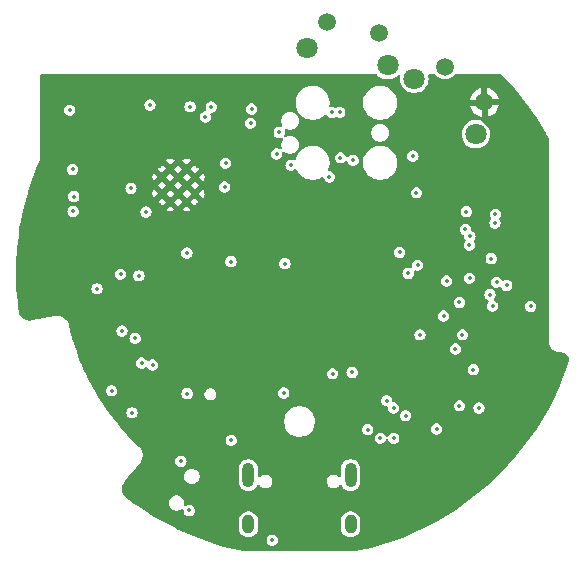
<source format=gbr>
%TF.GenerationSoftware,KiCad,Pcbnew,8.0.5*%
%TF.CreationDate,2025-01-09T20:15:46+01:00*%
%TF.ProjectId,test,74657374-2e6b-4696-9361-645f70636258,rev?*%
%TF.SameCoordinates,PX517370cPY341b1c8*%
%TF.FileFunction,Copper,L3,Inr*%
%TF.FilePolarity,Positive*%
%FSLAX46Y46*%
G04 Gerber Fmt 4.6, Leading zero omitted, Abs format (unit mm)*
G04 Created by KiCad (PCBNEW 8.0.5) date 2025-01-09 20:15:46*
%MOMM*%
%LPD*%
G01*
G04 APERTURE LIST*
%TA.AperFunction,ComponentPad*%
%ADD10O,1.000000X2.100000*%
%TD*%
%TA.AperFunction,ComponentPad*%
%ADD11O,1.000000X1.600000*%
%TD*%
%TA.AperFunction,ComponentPad*%
%ADD12C,1.803400*%
%TD*%
%TA.AperFunction,ComponentPad*%
%ADD13C,1.498600*%
%TD*%
%TA.AperFunction,HeatsinkPad*%
%ADD14C,0.600000*%
%TD*%
%TA.AperFunction,ViaPad*%
%ADD15C,0.350000*%
%TD*%
G04 APERTURE END LIST*
D10*
%TO.N,*%
%TO.C,P1*%
X-4320000Y-17080000D03*
D11*
X-4320000Y-21260000D03*
D10*
X4320000Y-17080000D03*
D11*
%TO.N,Net-(P1-SHIELD)*%
X4320000Y-21260000D03*
%TD*%
D12*
%TO.N,*%
%TO.C,SW2*%
X14927083Y11787951D03*
X9717637Y16478557D03*
D13*
%TO.N,GND*%
X15660772Y14478363D03*
%TO.N,SW_L2*%
X12316619Y17489452D03*
%TD*%
D12*
%TO.N,*%
%TO.C,SW1*%
X7456432Y17622643D03*
X599616Y19080103D03*
D13*
%TO.N,GND*%
X6746619Y20319452D03*
%TO.N,SW_L3*%
X2344953Y21255056D03*
%TD*%
D14*
%TO.N,GND*%
%TO.C,U2*%
X-8845000Y6760000D03*
X-8845000Y8160000D03*
X-9545000Y6060000D03*
X-9545000Y7460000D03*
X-9545000Y8860000D03*
X-10245000Y6760000D03*
X-10245000Y8160000D03*
X-10945000Y6060000D03*
X-10945000Y7460000D03*
X-10945000Y8860000D03*
X-11645000Y6760000D03*
X-11645000Y8160000D03*
%TD*%
D15*
%TO.N,GND*%
X-9450000Y-14700000D03*
X1730000Y-21660000D03*
X5690000Y-18060000D03*
X-2030000Y-19260000D03*
X1580000Y-19310000D03*
X-15740000Y14170000D03*
X11370000Y9810000D03*
X19790000Y6650000D03*
X19990000Y9870000D03*
X18010000Y12340000D03*
X200000Y-3490000D03*
X5050000Y-6780000D03*
X6420000Y-6620000D03*
X5160000Y-5280000D03*
X-11610000Y2540000D03*
X-22300000Y5380000D03*
X-22810000Y2600000D03*
X-22920000Y60000D03*
X-22620000Y-2500000D03*
X5600000Y-22700000D03*
X8130000Y-21850000D03*
X14750000Y-17710000D03*
X21320000Y-7810000D03*
X17190000Y-13860000D03*
X17450000Y1450000D03*
X-4340000Y10020000D03*
X-4390000Y11510000D03*
X-9980000Y11170000D03*
%TO.N,+3V3*%
X9600000Y9930000D03*
%TO.N,GND*%
X3400000Y4450000D03*
X-4910000Y1460000D03*
X-1670000Y15400000D03*
X-3940000Y-13322700D03*
X-13780000Y15130000D03*
X10710000Y-2760000D03*
X-4150000Y-15260000D03*
X18600000Y-13200000D03*
X-7550000Y10680000D03*
X-7420000Y15830000D03*
X-12890000Y-12090000D03*
X-16270000Y-5490000D03*
X6610000Y3530000D03*
X12300000Y-16140000D03*
X6010000Y-8270000D03*
X-6640000Y-18180000D03*
X16170000Y2750000D03*
X-8570000Y-10900000D03*
X18321724Y-8700000D03*
X-10120000Y470000D03*
X-4890000Y3500000D03*
X5000000Y10400000D03*
X-3240000Y-14910000D03*
X-4060000Y-6810000D03*
X3290000Y-3970000D03*
X16380000Y-3740000D03*
X6420002Y4790000D03*
X2740000Y-7170000D03*
X4170000Y-15230000D03*
X-7400000Y-7020000D03*
X-15560000Y-10750000D03*
X18350000Y-2760000D03*
X19560000Y4560000D03*
X11481511Y1830000D03*
X20172490Y-5397500D03*
X11280000Y-19600000D03*
X-8140000Y-12690000D03*
X11420001Y5609999D03*
X-19100000Y15410000D03*
X10560000Y-480000D03*
X9380000Y-16080000D03*
X10799998Y6040000D03*
X-10250000Y-6610000D03*
X-8170000Y-6570000D03*
X11340000Y-17500000D03*
X-21082000Y16002000D03*
X-13710000Y1230000D03*
X11660000Y7440000D03*
X9460000Y-4940000D03*
X-11670000Y470000D03*
X13400000Y-17500000D03*
X10840000Y-16120000D03*
X6930000Y-18580000D03*
X12390000Y12450000D03*
X-8290000Y-17960000D03*
%TO.N,EN*%
X-4145016Y12715016D03*
%TO.N,+3V3*%
X4460000Y-8380000D03*
X2810000Y-8507657D03*
X-10040000Y-15920000D03*
%TO.N,VSYS*%
X10200000Y-5200000D03*
%TO.N,CAM_PCLK*%
X14050000Y3720000D03*
%TO.N,+2V8*%
X16354141Y-2759998D03*
%TO.N,VBUS*%
X6840000Y-13960000D03*
X7980000Y-13960000D03*
%TO.N,SW_L3*%
X-19450000Y13820000D03*
%TO.N,SW_L1*%
X-15150000Y-70000D03*
%TO.N,Net-(D1-K)*%
X5780000Y-13230000D03*
X7390000Y-10780000D03*
%TO.N,LEDCNTRL*%
X-9530000Y1720000D03*
%TO.N,RXD*%
X2710000Y13630000D03*
X-7980000Y13240000D03*
%TO.N,TXD*%
X3410000Y13640000D03*
X-9264693Y14114693D03*
%TO.N,GPIO0*%
X-713589Y9164400D03*
X-6340000Y7310000D03*
%TO.N,GPIO46*%
X-5810000Y1000000D03*
X2530000Y8170000D03*
%TO.N,CAM_PWDN*%
X16690000Y-740000D03*
%TO.N,CAM_RESET*%
X10000000Y700000D03*
X16130000Y-1800000D03*
X-19200000Y8800000D03*
%TO.N,PMIC_PWRON*%
X13530000Y-11210000D03*
X-2310000Y-22590000D03*
%TO.N,I2SDAT_MIC*%
X-19170000Y5250000D03*
%TO.N,CAM_SDA*%
X8990000Y-12050000D03*
%TO.N,CAM_SCL*%
X7970000Y-11400000D03*
%TO.N,PMIC_IRQ*%
X-19110000Y6510000D03*
X-1330000Y-10120000D03*
%TO.N,BCLK_AMP*%
X-15900000Y-9930000D03*
X-13360000Y-7580000D03*
%TO.N,WS_AMP*%
X-14180000Y-11800000D03*
X-12440000Y-7760000D03*
%TO.N,CAM_Y3*%
X-1940000Y10110000D03*
%TO.N,CAM_MCLK*%
X8470000Y1770000D03*
%TO.N,BCLK_MIC*%
X-15030000Y-4880000D03*
%TO.N,CAM_Y5*%
X14120000Y5230000D03*
%TO.N,CAM_Y6*%
X16550000Y4260000D03*
%TO.N,WS_MIC*%
X-13920000Y-5490000D03*
%TO.N,CAM_Y4*%
X-1720000Y11930000D03*
%TO.N,CAM_Y8*%
X14380000Y2380000D03*
%TO.N,CAM_VSYNC*%
X12200000Y-3600000D03*
X17550000Y-1020000D03*
X-13000000Y5200000D03*
%TO.N,CAM_Y9*%
X16230000Y1250000D03*
%TO.N,CAM_Y2*%
X16579376Y5010624D03*
%TO.N,CAM_HREF*%
X14400000Y-400000D03*
%TO.N,CAM_Y7*%
X14430000Y3130000D03*
%TO.N,+1V5*%
X13534976Y-2463401D03*
%TO.N,Net-(JP2-A)*%
X-9340000Y-20070000D03*
%TO.N,Net-(JP3-A)*%
X-17140000Y-1300000D03*
%TO.N,+3V3CAM*%
X9200000Y0D03*
X13200000Y-6400000D03*
X15200000Y-11400000D03*
X9890000Y6820000D03*
X12460000Y-650000D03*
%TO.N,VSYS*%
X-13600000Y-200000D03*
X3470000Y9780000D03*
X14710000Y-8150000D03*
X-9510000Y-10180000D03*
X-1240000Y830000D03*
X11600000Y-13170000D03*
%TO.N,+3V3*%
X-7470000Y14090000D03*
X19570000Y-2799998D03*
X13800000Y-5200000D03*
X-5780000Y-14130000D03*
X4540000Y9580000D03*
X-12653917Y14257476D03*
X-4045538Y13910000D03*
X-14267500Y7200000D03*
X-6250000Y9330000D03*
%TD*%
%TA.AperFunction,Conductor*%
%TO.N,GND*%
G36*
X17057772Y16876004D02*
G01*
X17078371Y16859434D01*
X17279124Y16659155D01*
X17297491Y16640832D01*
X17301033Y16637150D01*
X17969437Y15912883D01*
X17972801Y15909083D01*
X18610719Y15157890D01*
X18613940Y15153935D01*
X19110941Y14517191D01*
X19220322Y14377055D01*
X19223387Y14372957D01*
X19797192Y13571723D01*
X19800085Y13567502D01*
X20072437Y13151995D01*
X20334989Y12751439D01*
X20340333Y12743287D01*
X20343050Y12738949D01*
X20849006Y11892843D01*
X20851235Y11888958D01*
X20906784Y11787951D01*
X21028325Y11566947D01*
X21073492Y11484819D01*
X21088839Y11425073D01*
X21089999Y-5689991D01*
X21092407Y-5788252D01*
X21092408Y-5788261D01*
X21130742Y-5980979D01*
X21130744Y-5980987D01*
X21205943Y-6162533D01*
X21205948Y-6162543D01*
X21315118Y-6325927D01*
X21315121Y-6325931D01*
X21454068Y-6464878D01*
X21454072Y-6464881D01*
X21617456Y-6574051D01*
X21617460Y-6574053D01*
X21617463Y-6574055D01*
X21799013Y-6649256D01*
X21991746Y-6687593D01*
X22090000Y-6690000D01*
X22090000Y-6689999D01*
X22116138Y-6690640D01*
X22126244Y-6686621D01*
X22130625Y-6686290D01*
X22161334Y-6684527D01*
X22188514Y-6685957D01*
X22326908Y-6708660D01*
X22356700Y-6717494D01*
X22483291Y-6773096D01*
X22509953Y-6789059D01*
X22618750Y-6874394D01*
X22640601Y-6896480D01*
X22724769Y-7006190D01*
X22740442Y-7033017D01*
X22794686Y-7160204D01*
X22803199Y-7190089D01*
X22824415Y-7328710D01*
X22825555Y-7355906D01*
X22821781Y-7411248D01*
X22815789Y-7441772D01*
X22667697Y-7889248D01*
X22666232Y-7893421D01*
X22327555Y-8806262D01*
X22325701Y-8810965D01*
X21950206Y-9708986D01*
X21948161Y-9713609D01*
X21536372Y-10595586D01*
X21534140Y-10600122D01*
X21086759Y-11464552D01*
X21084345Y-11468993D01*
X20602083Y-12314505D01*
X20599489Y-12318844D01*
X20083185Y-13143962D01*
X20080417Y-13148192D01*
X19530892Y-13951607D01*
X19527953Y-13955721D01*
X18946154Y-14736050D01*
X18943051Y-14740040D01*
X18329909Y-15496032D01*
X18326645Y-15499893D01*
X17683232Y-16230226D01*
X17679814Y-16233950D01*
X17007128Y-16937494D01*
X17003560Y-16941076D01*
X16302781Y-17616592D01*
X16299071Y-17620025D01*
X15571348Y-18266411D01*
X15567501Y-18269691D01*
X14813995Y-18885909D01*
X14810017Y-18889028D01*
X14032070Y-19473987D01*
X14027969Y-19476942D01*
X13226805Y-20029720D01*
X13222586Y-20032506D01*
X12399544Y-20552176D01*
X12395215Y-20554787D01*
X11551709Y-21040460D01*
X11547278Y-21042893D01*
X10684644Y-21493800D01*
X10680117Y-21496050D01*
X9799820Y-21911420D01*
X9795205Y-21913483D01*
X8898742Y-22292614D01*
X8894047Y-22294488D01*
X7982850Y-22636775D01*
X7978082Y-22638456D01*
X7053696Y-22943316D01*
X7048864Y-22944801D01*
X6112821Y-23211730D01*
X6107932Y-23213017D01*
X5161484Y-23441644D01*
X5157166Y-23442606D01*
X4692293Y-23537490D01*
X4667453Y-23539995D01*
X-4676856Y-23536840D01*
X-4701635Y-23534330D01*
X-5147713Y-23443195D01*
X-5151864Y-23442273D01*
X-6061334Y-23223734D01*
X-6066032Y-23222507D01*
X-6965918Y-22968621D01*
X-6970564Y-22967212D01*
X-7859860Y-22678276D01*
X-7864448Y-22676685D01*
X-8099505Y-22590000D01*
X-2790390Y-22590000D01*
X-2770932Y-22725337D01*
X-2770930Y-22725345D01*
X-2714133Y-22849714D01*
X-2714128Y-22849721D01*
X-2624591Y-22953053D01*
X-2624587Y-22953057D01*
X-2600368Y-22968621D01*
X-2509561Y-23026978D01*
X-2443964Y-23046239D01*
X-2378368Y-23065500D01*
X-2378367Y-23065500D01*
X-2241633Y-23065500D01*
X-2110439Y-23026978D01*
X-1995411Y-22953055D01*
X-1905870Y-22849718D01*
X-1849069Y-22725342D01*
X-1829610Y-22590000D01*
X-1849069Y-22454658D01*
X-1861323Y-22427827D01*
X-1905868Y-22330285D01*
X-1905873Y-22330278D01*
X-1995410Y-22226946D01*
X-1995414Y-22226942D01*
X-2110441Y-22153021D01*
X-2241632Y-22114500D01*
X-2241633Y-22114500D01*
X-2378367Y-22114500D01*
X-2378368Y-22114500D01*
X-2509560Y-22153021D01*
X-2624587Y-22226942D01*
X-2624591Y-22226946D01*
X-2714128Y-22330278D01*
X-2714133Y-22330285D01*
X-2770930Y-22454654D01*
X-2770932Y-22454662D01*
X-2790390Y-22590000D01*
X-8099505Y-22590000D01*
X-8741722Y-22353162D01*
X-8746244Y-22351393D01*
X-9610186Y-21993770D01*
X-9614636Y-21991825D01*
X-10463903Y-21600656D01*
X-10468273Y-21598539D01*
X-11301603Y-21174403D01*
X-11305886Y-21172116D01*
X-11826116Y-20881153D01*
X-5120500Y-20881153D01*
X-5120500Y-21638846D01*
X-5089739Y-21793489D01*
X-5089736Y-21793501D01*
X-5029398Y-21939172D01*
X-5029391Y-21939185D01*
X-4941790Y-22070288D01*
X-4941787Y-22070292D01*
X-4830293Y-22181786D01*
X-4830289Y-22181789D01*
X-4699186Y-22269390D01*
X-4699173Y-22269397D01*
X-4553502Y-22329735D01*
X-4553497Y-22329737D01*
X-4435732Y-22353162D01*
X-4398847Y-22360499D01*
X-4398844Y-22360500D01*
X-4398842Y-22360500D01*
X-4241156Y-22360500D01*
X-4241155Y-22360499D01*
X-4086503Y-22329737D01*
X-3940821Y-22269394D01*
X-3809711Y-22181789D01*
X-3698211Y-22070289D01*
X-3610606Y-21939179D01*
X-3550263Y-21793497D01*
X-3519500Y-21638842D01*
X-3519500Y-20881158D01*
X-3519500Y-20881155D01*
X-3519501Y-20881153D01*
X3519500Y-20881153D01*
X3519500Y-21638846D01*
X3550261Y-21793489D01*
X3550264Y-21793501D01*
X3610602Y-21939172D01*
X3610609Y-21939185D01*
X3698210Y-22070288D01*
X3698213Y-22070292D01*
X3809707Y-22181786D01*
X3809711Y-22181789D01*
X3940814Y-22269390D01*
X3940827Y-22269397D01*
X4086498Y-22329735D01*
X4086503Y-22329737D01*
X4204268Y-22353162D01*
X4241153Y-22360499D01*
X4241156Y-22360500D01*
X4241158Y-22360500D01*
X4398844Y-22360500D01*
X4398845Y-22360499D01*
X4553497Y-22329737D01*
X4699179Y-22269394D01*
X4830289Y-22181789D01*
X4941789Y-22070289D01*
X5029394Y-21939179D01*
X5089737Y-21793497D01*
X5120500Y-21638842D01*
X5120500Y-20881158D01*
X5120500Y-20881155D01*
X5120499Y-20881153D01*
X5089738Y-20726510D01*
X5089737Y-20726503D01*
X5089735Y-20726498D01*
X5029397Y-20580827D01*
X5029390Y-20580814D01*
X4941789Y-20449711D01*
X4941786Y-20449707D01*
X4830292Y-20338213D01*
X4830288Y-20338210D01*
X4699185Y-20250609D01*
X4699172Y-20250602D01*
X4553501Y-20190264D01*
X4553489Y-20190261D01*
X4398845Y-20159500D01*
X4398842Y-20159500D01*
X4241158Y-20159500D01*
X4241155Y-20159500D01*
X4086510Y-20190261D01*
X4086498Y-20190264D01*
X3940827Y-20250602D01*
X3940814Y-20250609D01*
X3809711Y-20338210D01*
X3809707Y-20338213D01*
X3698213Y-20449707D01*
X3698210Y-20449711D01*
X3610609Y-20580814D01*
X3610602Y-20580827D01*
X3550264Y-20726498D01*
X3550261Y-20726510D01*
X3519500Y-20881153D01*
X-3519501Y-20881153D01*
X-3550262Y-20726510D01*
X-3550263Y-20726503D01*
X-3550265Y-20726498D01*
X-3610603Y-20580827D01*
X-3610610Y-20580814D01*
X-3698211Y-20449711D01*
X-3698214Y-20449707D01*
X-3809708Y-20338213D01*
X-3809712Y-20338210D01*
X-3940815Y-20250609D01*
X-3940828Y-20250602D01*
X-4086499Y-20190264D01*
X-4086511Y-20190261D01*
X-4241155Y-20159500D01*
X-4241158Y-20159500D01*
X-4398842Y-20159500D01*
X-4398845Y-20159500D01*
X-4553490Y-20190261D01*
X-4553502Y-20190264D01*
X-4699173Y-20250602D01*
X-4699186Y-20250609D01*
X-4830289Y-20338210D01*
X-4830293Y-20338213D01*
X-4941787Y-20449707D01*
X-4941790Y-20449711D01*
X-5029391Y-20580814D01*
X-5029398Y-20580827D01*
X-5089736Y-20726498D01*
X-5089739Y-20726510D01*
X-5120500Y-20881153D01*
X-11826116Y-20881153D01*
X-11850252Y-20867654D01*
X-12121962Y-20715686D01*
X-12126121Y-20713252D01*
X-12556827Y-20449707D01*
X-12923713Y-20225212D01*
X-12927804Y-20222597D01*
X-13705649Y-19703725D01*
X-13709635Y-19700952D01*
X-13986358Y-19500272D01*
X-11065501Y-19500272D01*
X-11040503Y-19625939D01*
X-11040501Y-19625945D01*
X-10991467Y-19744325D01*
X-10991462Y-19744334D01*
X-10920277Y-19850869D01*
X-10920274Y-19850873D01*
X-10829673Y-19941474D01*
X-10829669Y-19941477D01*
X-10723134Y-20012662D01*
X-10723128Y-20012665D01*
X-10723127Y-20012666D01*
X-10604744Y-20061702D01*
X-10604740Y-20061702D01*
X-10604739Y-20061703D01*
X-10479072Y-20086701D01*
X-10479069Y-20086701D01*
X-10350929Y-20086701D01*
X-10247165Y-20066060D01*
X-10225256Y-20061702D01*
X-10106873Y-20012666D01*
X-10012023Y-19949288D01*
X-9945348Y-19928412D01*
X-9877968Y-19946896D01*
X-9831277Y-19998874D01*
X-9821189Y-20061131D01*
X-9820390Y-20061131D01*
X-9820390Y-20066060D01*
X-9820101Y-20067844D01*
X-9820390Y-20069994D01*
X-9820390Y-20069999D01*
X-9800932Y-20205337D01*
X-9800930Y-20205345D01*
X-9744133Y-20329714D01*
X-9744128Y-20329721D01*
X-9654591Y-20433053D01*
X-9654587Y-20433057D01*
X-9594021Y-20471979D01*
X-9539561Y-20506978D01*
X-9473964Y-20526239D01*
X-9408368Y-20545500D01*
X-9408367Y-20545500D01*
X-9271633Y-20545500D01*
X-9140439Y-20506978D01*
X-9025411Y-20433055D01*
X-8935870Y-20329718D01*
X-8879069Y-20205342D01*
X-8859610Y-20070000D01*
X-8879069Y-19934658D01*
X-8891323Y-19907827D01*
X-8935868Y-19810285D01*
X-8935873Y-19810278D01*
X-9025410Y-19706946D01*
X-9025414Y-19706942D01*
X-9140441Y-19633021D01*
X-9271632Y-19594500D01*
X-9271633Y-19594500D01*
X-9408367Y-19594500D01*
X-9408368Y-19594500D01*
X-9539557Y-19633020D01*
X-9539560Y-19633021D01*
X-9539561Y-19633022D01*
X-9582131Y-19660380D01*
X-9649171Y-19680063D01*
X-9716210Y-19660377D01*
X-9761964Y-19607572D01*
X-9771907Y-19538414D01*
X-9770786Y-19531870D01*
X-9764500Y-19500270D01*
X-9764500Y-19372129D01*
X-9789498Y-19246462D01*
X-9789499Y-19246461D01*
X-9789499Y-19246457D01*
X-9838535Y-19128074D01*
X-9838536Y-19128073D01*
X-9838539Y-19128067D01*
X-9909724Y-19021532D01*
X-9909727Y-19021528D01*
X-10000328Y-18930927D01*
X-10000332Y-18930924D01*
X-10106867Y-18859739D01*
X-10106876Y-18859734D01*
X-10225256Y-18810700D01*
X-10225262Y-18810698D01*
X-10350929Y-18785701D01*
X-10350931Y-18785701D01*
X-10479069Y-18785701D01*
X-10479071Y-18785701D01*
X-10604739Y-18810698D01*
X-10604745Y-18810700D01*
X-10723125Y-18859734D01*
X-10723134Y-18859739D01*
X-10829669Y-18930924D01*
X-10829673Y-18930927D01*
X-10920274Y-19021528D01*
X-10920277Y-19021532D01*
X-10991462Y-19128067D01*
X-10991467Y-19128076D01*
X-11040501Y-19246456D01*
X-11040503Y-19246462D01*
X-11065500Y-19372129D01*
X-11065500Y-19372132D01*
X-11065500Y-19500270D01*
X-11065500Y-19500272D01*
X-11065501Y-19500272D01*
X-13986358Y-19500272D01*
X-14466824Y-19151837D01*
X-14470223Y-19149282D01*
X-14521357Y-19109455D01*
X-14825523Y-18872544D01*
X-14849583Y-18847687D01*
X-14891001Y-18790778D01*
X-14901970Y-18772621D01*
X-14978933Y-18616425D01*
X-14987457Y-18593787D01*
X-15032226Y-18427063D01*
X-15036190Y-18403196D01*
X-15047720Y-18230961D01*
X-15046972Y-18206772D01*
X-15024829Y-18035585D01*
X-15019397Y-18012001D01*
X-14964422Y-17848371D01*
X-14954515Y-17826298D01*
X-14887327Y-17708844D01*
X-14868050Y-17675144D01*
X-14855990Y-17657712D01*
X-14800337Y-17590406D01*
X-14799575Y-17589497D01*
X-14510936Y-17248606D01*
X-9765501Y-17248606D01*
X-9740503Y-17374273D01*
X-9740501Y-17374279D01*
X-9691467Y-17492659D01*
X-9691462Y-17492668D01*
X-9620277Y-17599203D01*
X-9620274Y-17599207D01*
X-9529673Y-17689808D01*
X-9529669Y-17689811D01*
X-9423134Y-17760996D01*
X-9423128Y-17760999D01*
X-9423127Y-17761000D01*
X-9304744Y-17810036D01*
X-9304740Y-17810036D01*
X-9304739Y-17810037D01*
X-9179072Y-17835035D01*
X-9179069Y-17835035D01*
X-9050929Y-17835035D01*
X-8966385Y-17818217D01*
X-8925256Y-17810036D01*
X-8806873Y-17761000D01*
X-8700331Y-17689811D01*
X-8609724Y-17599204D01*
X-8538535Y-17492662D01*
X-8489499Y-17374279D01*
X-8481318Y-17333150D01*
X-8464500Y-17248606D01*
X-8464500Y-17120463D01*
X-8489498Y-16994796D01*
X-8489499Y-16994795D01*
X-8489499Y-16994791D01*
X-8538535Y-16876408D01*
X-8538536Y-16876407D01*
X-8538539Y-16876401D01*
X-8609724Y-16769866D01*
X-8609727Y-16769862D01*
X-8700328Y-16679261D01*
X-8700332Y-16679258D01*
X-8806867Y-16608073D01*
X-8806876Y-16608068D01*
X-8925256Y-16559034D01*
X-8925262Y-16559032D01*
X-9050929Y-16534035D01*
X-9050931Y-16534035D01*
X-9179069Y-16534035D01*
X-9179071Y-16534035D01*
X-9304739Y-16559032D01*
X-9304745Y-16559034D01*
X-9423125Y-16608068D01*
X-9423134Y-16608073D01*
X-9529669Y-16679258D01*
X-9529673Y-16679261D01*
X-9620274Y-16769862D01*
X-9620277Y-16769866D01*
X-9691462Y-16876401D01*
X-9691467Y-16876410D01*
X-9740501Y-16994790D01*
X-9740503Y-16994796D01*
X-9765500Y-17120463D01*
X-9765500Y-17120466D01*
X-9765500Y-17248604D01*
X-9765500Y-17248606D01*
X-9765501Y-17248606D01*
X-14510936Y-17248606D01*
X-13835716Y-16451153D01*
X-5120500Y-16451153D01*
X-5120500Y-17708846D01*
X-5089739Y-17863489D01*
X-5089736Y-17863501D01*
X-5029398Y-18009172D01*
X-5029391Y-18009185D01*
X-4941790Y-18140288D01*
X-4941787Y-18140292D01*
X-4830293Y-18251786D01*
X-4830289Y-18251789D01*
X-4699186Y-18339390D01*
X-4699173Y-18339397D01*
X-4553502Y-18399735D01*
X-4553497Y-18399737D01*
X-4416121Y-18427063D01*
X-4398847Y-18430499D01*
X-4398844Y-18430500D01*
X-4398842Y-18430500D01*
X-4241156Y-18430500D01*
X-4241155Y-18430499D01*
X-4086503Y-18399737D01*
X-3940821Y-18339394D01*
X-3809711Y-18251789D01*
X-3698211Y-18140289D01*
X-3610606Y-18009179D01*
X-3587131Y-17952504D01*
X-3543293Y-17898103D01*
X-3476999Y-17876037D01*
X-3409299Y-17893315D01*
X-3365185Y-17937956D01*
X-3350515Y-17963365D01*
X-3243365Y-18070515D01*
X-3129719Y-18136129D01*
X-3122514Y-18140289D01*
X-3112135Y-18146281D01*
X-2965766Y-18185500D01*
X-2965764Y-18185500D01*
X-2814236Y-18185500D01*
X-2814234Y-18185500D01*
X-2667865Y-18146281D01*
X-2536635Y-18070515D01*
X-2429485Y-17963365D01*
X-2353719Y-17832135D01*
X-2314500Y-17685766D01*
X-2314500Y-17534234D01*
X2314500Y-17534234D01*
X2314500Y-17685765D01*
X2353719Y-17832136D01*
X2371821Y-17863489D01*
X2429485Y-17963365D01*
X2536635Y-18070515D01*
X2650281Y-18136129D01*
X2657486Y-18140289D01*
X2667865Y-18146281D01*
X2814234Y-18185500D01*
X2814236Y-18185500D01*
X2965764Y-18185500D01*
X2965766Y-18185500D01*
X3112135Y-18146281D01*
X3243365Y-18070515D01*
X3350515Y-17963365D01*
X3365183Y-17937958D01*
X3415748Y-17889743D01*
X3484355Y-17876519D01*
X3549220Y-17902486D01*
X3587131Y-17952506D01*
X3610602Y-18009172D01*
X3610609Y-18009185D01*
X3698210Y-18140288D01*
X3698213Y-18140292D01*
X3809707Y-18251786D01*
X3809711Y-18251789D01*
X3940814Y-18339390D01*
X3940827Y-18339397D01*
X4086498Y-18399735D01*
X4086503Y-18399737D01*
X4223879Y-18427063D01*
X4241153Y-18430499D01*
X4241156Y-18430500D01*
X4241158Y-18430500D01*
X4398844Y-18430500D01*
X4398845Y-18430499D01*
X4553497Y-18399737D01*
X4699179Y-18339394D01*
X4830289Y-18251789D01*
X4941789Y-18140289D01*
X5029394Y-18009179D01*
X5089737Y-17863497D01*
X5120500Y-17708842D01*
X5120500Y-16451158D01*
X5120500Y-16451155D01*
X5120499Y-16451153D01*
X5089738Y-16296510D01*
X5089737Y-16296503D01*
X5063827Y-16233950D01*
X5029397Y-16150827D01*
X5029390Y-16150814D01*
X4941789Y-16019711D01*
X4941786Y-16019707D01*
X4830292Y-15908213D01*
X4830288Y-15908210D01*
X4699185Y-15820609D01*
X4699172Y-15820602D01*
X4553501Y-15760264D01*
X4553489Y-15760261D01*
X4398845Y-15729500D01*
X4398842Y-15729500D01*
X4241158Y-15729500D01*
X4241155Y-15729500D01*
X4086510Y-15760261D01*
X4086498Y-15760264D01*
X3940827Y-15820602D01*
X3940814Y-15820609D01*
X3809711Y-15908210D01*
X3809707Y-15908213D01*
X3698213Y-16019707D01*
X3698210Y-16019711D01*
X3610609Y-16150814D01*
X3610602Y-16150827D01*
X3550264Y-16296498D01*
X3550261Y-16296510D01*
X3519500Y-16451153D01*
X3519500Y-17126258D01*
X3499815Y-17193297D01*
X3447011Y-17239052D01*
X3377853Y-17248996D01*
X3314297Y-17219971D01*
X3307819Y-17213939D01*
X3243367Y-17149487D01*
X3243365Y-17149485D01*
X3177750Y-17111602D01*
X3112136Y-17073719D01*
X3038950Y-17054109D01*
X2965766Y-17034500D01*
X2814234Y-17034500D01*
X2667863Y-17073719D01*
X2536635Y-17149485D01*
X2536632Y-17149487D01*
X2429487Y-17256632D01*
X2429485Y-17256635D01*
X2353719Y-17387863D01*
X2314500Y-17534234D01*
X-2314500Y-17534234D01*
X-2353719Y-17387865D01*
X-2429485Y-17256635D01*
X-2536635Y-17149485D01*
X-2602250Y-17111602D01*
X-2667864Y-17073719D01*
X-2741050Y-17054109D01*
X-2814234Y-17034500D01*
X-2965766Y-17034500D01*
X-3112137Y-17073719D01*
X-3243365Y-17149485D01*
X-3243368Y-17149487D01*
X-3307819Y-17213939D01*
X-3369142Y-17247424D01*
X-3438834Y-17242440D01*
X-3494767Y-17200568D01*
X-3519184Y-17135104D01*
X-3519500Y-17126258D01*
X-3519500Y-16451155D01*
X-3519501Y-16451153D01*
X-3550262Y-16296510D01*
X-3550263Y-16296503D01*
X-3576173Y-16233950D01*
X-3610603Y-16150827D01*
X-3610610Y-16150814D01*
X-3698211Y-16019711D01*
X-3698214Y-16019707D01*
X-3809708Y-15908213D01*
X-3809712Y-15908210D01*
X-3940815Y-15820609D01*
X-3940828Y-15820602D01*
X-4086499Y-15760264D01*
X-4086511Y-15760261D01*
X-4241155Y-15729500D01*
X-4241158Y-15729500D01*
X-4398842Y-15729500D01*
X-4398845Y-15729500D01*
X-4553490Y-15760261D01*
X-4553502Y-15760264D01*
X-4699173Y-15820602D01*
X-4699186Y-15820609D01*
X-4830289Y-15908210D01*
X-4830293Y-15908213D01*
X-4941787Y-16019707D01*
X-4941790Y-16019711D01*
X-5029391Y-16150814D01*
X-5029398Y-16150827D01*
X-5089736Y-16296498D01*
X-5089739Y-16296510D01*
X-5120500Y-16451153D01*
X-13835716Y-16451153D01*
X-13441655Y-15985756D01*
X-13441653Y-15985752D01*
X-13441642Y-15985740D01*
X-13398861Y-15920000D01*
X-10520390Y-15920000D01*
X-10500932Y-16055337D01*
X-10500930Y-16055345D01*
X-10444133Y-16179714D01*
X-10444128Y-16179721D01*
X-10354591Y-16283053D01*
X-10354587Y-16283057D01*
X-10294021Y-16321979D01*
X-10239561Y-16356978D01*
X-10173964Y-16376239D01*
X-10108368Y-16395500D01*
X-10108367Y-16395500D01*
X-9971633Y-16395500D01*
X-9840439Y-16356978D01*
X-9725411Y-16283055D01*
X-9635870Y-16179718D01*
X-9579069Y-16055342D01*
X-9559610Y-15920000D01*
X-9579069Y-15784658D01*
X-9615800Y-15704228D01*
X-9635868Y-15660285D01*
X-9635873Y-15660278D01*
X-9725410Y-15556946D01*
X-9725414Y-15556942D01*
X-9840441Y-15483021D01*
X-9971632Y-15444500D01*
X-9971633Y-15444500D01*
X-10108367Y-15444500D01*
X-10108368Y-15444500D01*
X-10239560Y-15483021D01*
X-10354587Y-15556942D01*
X-10354591Y-15556946D01*
X-10444128Y-15660278D01*
X-10444133Y-15660285D01*
X-10500930Y-15784654D01*
X-10500932Y-15784662D01*
X-10520390Y-15920000D01*
X-13398861Y-15920000D01*
X-13384413Y-15897798D01*
X-13303550Y-15704228D01*
X-13264006Y-15498206D01*
X-13267454Y-15288453D01*
X-13313747Y-15083843D01*
X-13365721Y-14970089D01*
X-13400926Y-14893035D01*
X-13400927Y-14893034D01*
X-13525305Y-14724100D01*
X-13525308Y-14724097D01*
X-13563532Y-14688133D01*
X-13563626Y-14687973D01*
X-13937282Y-14337103D01*
X-13940878Y-14333586D01*
X-14140778Y-14130000D01*
X-6260390Y-14130000D01*
X-6240932Y-14265337D01*
X-6240930Y-14265345D01*
X-6184133Y-14389714D01*
X-6184128Y-14389721D01*
X-6094591Y-14493053D01*
X-6094587Y-14493057D01*
X-6034021Y-14531979D01*
X-5979561Y-14566978D01*
X-5913964Y-14586239D01*
X-5848368Y-14605500D01*
X-5848367Y-14605500D01*
X-5711633Y-14605500D01*
X-5580439Y-14566978D01*
X-5465411Y-14493055D01*
X-5375870Y-14389718D01*
X-5319069Y-14265342D01*
X-5299610Y-14130000D01*
X-5319069Y-13994658D01*
X-5334897Y-13960000D01*
X6359610Y-13960000D01*
X6379068Y-14095337D01*
X6379070Y-14095345D01*
X6435867Y-14219714D01*
X6435872Y-14219721D01*
X6525409Y-14323053D01*
X6525413Y-14323057D01*
X6547270Y-14337103D01*
X6640439Y-14396978D01*
X6706036Y-14416239D01*
X6771632Y-14435500D01*
X6771633Y-14435500D01*
X6908367Y-14435500D01*
X7039561Y-14396978D01*
X7154589Y-14323055D01*
X7244130Y-14219718D01*
X7297207Y-14103494D01*
X7342960Y-14050694D01*
X7410000Y-14031009D01*
X7477039Y-14050693D01*
X7522792Y-14103495D01*
X7575870Y-14219718D01*
X7575871Y-14219719D01*
X7575872Y-14219721D01*
X7665409Y-14323053D01*
X7665413Y-14323057D01*
X7687270Y-14337103D01*
X7780439Y-14396978D01*
X7846036Y-14416239D01*
X7911632Y-14435500D01*
X7911633Y-14435500D01*
X8048367Y-14435500D01*
X8179561Y-14396978D01*
X8294589Y-14323055D01*
X8384130Y-14219718D01*
X8440931Y-14095342D01*
X8460390Y-13960000D01*
X8440931Y-13824658D01*
X8404652Y-13745218D01*
X8384132Y-13700285D01*
X8384127Y-13700278D01*
X8294590Y-13596946D01*
X8294586Y-13596942D01*
X8179559Y-13523021D01*
X8048368Y-13484500D01*
X8048367Y-13484500D01*
X7911633Y-13484500D01*
X7911632Y-13484500D01*
X7780440Y-13523021D01*
X7665413Y-13596942D01*
X7665409Y-13596946D01*
X7575872Y-13700278D01*
X7575867Y-13700285D01*
X7522794Y-13816501D01*
X7477039Y-13869305D01*
X7410000Y-13888990D01*
X7342961Y-13869305D01*
X7297206Y-13816501D01*
X7244132Y-13700285D01*
X7244127Y-13700278D01*
X7154590Y-13596946D01*
X7154586Y-13596942D01*
X7039559Y-13523021D01*
X6908368Y-13484500D01*
X6908367Y-13484500D01*
X6771633Y-13484500D01*
X6771632Y-13484500D01*
X6640440Y-13523021D01*
X6525413Y-13596942D01*
X6525409Y-13596946D01*
X6435872Y-13700278D01*
X6435867Y-13700285D01*
X6379070Y-13824654D01*
X6379068Y-13824662D01*
X6359610Y-13960000D01*
X-5334897Y-13960000D01*
X-5367326Y-13888990D01*
X-5375868Y-13870285D01*
X-5375873Y-13870278D01*
X-5465410Y-13766946D01*
X-5465414Y-13766942D01*
X-5561023Y-13705500D01*
X-5580439Y-13693022D01*
X-5580440Y-13693021D01*
X-5580441Y-13693021D01*
X-5711632Y-13654500D01*
X-5711633Y-13654500D01*
X-5848367Y-13654500D01*
X-5848368Y-13654500D01*
X-5979560Y-13693021D01*
X-6094587Y-13766942D01*
X-6094591Y-13766946D01*
X-6184128Y-13870278D01*
X-6184133Y-13870285D01*
X-6240930Y-13994654D01*
X-6240932Y-13994662D01*
X-6260390Y-14130000D01*
X-14140778Y-14130000D01*
X-14585612Y-13676965D01*
X-14589538Y-13672777D01*
X-15202956Y-12987284D01*
X-15206684Y-12982919D01*
X-15378910Y-12771534D01*
X-15650944Y-12437648D01*
X-1300500Y-12437648D01*
X-1300500Y-12642351D01*
X-1268478Y-12844534D01*
X-1205219Y-13039223D01*
X-1112285Y-13221613D01*
X-991972Y-13387213D01*
X-847214Y-13531971D01*
X-692251Y-13644556D01*
X-681610Y-13652287D01*
X-577174Y-13705500D01*
X-499224Y-13745218D01*
X-499222Y-13745218D01*
X-499219Y-13745220D01*
X-432356Y-13766945D01*
X-304535Y-13808477D01*
X-203443Y-13824488D01*
X-102352Y-13840500D01*
X-102351Y-13840500D01*
X102351Y-13840500D01*
X102352Y-13840500D01*
X304534Y-13808477D01*
X499219Y-13745220D01*
X681610Y-13652287D01*
X774590Y-13584732D01*
X847213Y-13531971D01*
X847215Y-13531968D01*
X847219Y-13531966D01*
X991966Y-13387219D01*
X991968Y-13387215D01*
X991971Y-13387213D01*
X1106191Y-13230000D01*
X5299610Y-13230000D01*
X5319068Y-13365337D01*
X5319070Y-13365345D01*
X5375867Y-13489714D01*
X5375872Y-13489721D01*
X5465409Y-13593053D01*
X5465413Y-13593057D01*
X5525979Y-13631979D01*
X5580439Y-13666978D01*
X5600189Y-13672777D01*
X5711632Y-13705500D01*
X5711633Y-13705500D01*
X5848367Y-13705500D01*
X5979561Y-13666978D01*
X6094589Y-13593055D01*
X6184130Y-13489718D01*
X6240931Y-13365342D01*
X6260390Y-13230000D01*
X6251763Y-13170000D01*
X11119610Y-13170000D01*
X11139068Y-13305337D01*
X11139070Y-13305345D01*
X11195867Y-13429714D01*
X11195872Y-13429721D01*
X11285409Y-13533053D01*
X11285413Y-13533057D01*
X11345979Y-13571979D01*
X11400439Y-13606978D01*
X11466036Y-13626239D01*
X11531632Y-13645500D01*
X11531633Y-13645500D01*
X11668367Y-13645500D01*
X11799561Y-13606978D01*
X11914589Y-13533055D01*
X12004130Y-13429718D01*
X12060931Y-13305342D01*
X12080390Y-13170000D01*
X12060931Y-13034658D01*
X12039296Y-12987284D01*
X12004132Y-12910285D01*
X12004127Y-12910278D01*
X11914590Y-12806946D01*
X11914586Y-12806942D01*
X11799559Y-12733021D01*
X11668368Y-12694500D01*
X11668367Y-12694500D01*
X11531633Y-12694500D01*
X11531632Y-12694500D01*
X11400440Y-12733021D01*
X11285413Y-12806942D01*
X11285409Y-12806946D01*
X11195872Y-12910278D01*
X11195867Y-12910285D01*
X11139070Y-13034654D01*
X11139068Y-13034662D01*
X11119610Y-13170000D01*
X6251763Y-13170000D01*
X6240931Y-13094658D01*
X6191895Y-12987284D01*
X6184132Y-12970285D01*
X6184127Y-12970278D01*
X6094590Y-12866946D01*
X6094586Y-12866942D01*
X5979559Y-12793021D01*
X5848368Y-12754500D01*
X5848367Y-12754500D01*
X5711633Y-12754500D01*
X5711632Y-12754500D01*
X5580440Y-12793021D01*
X5465413Y-12866942D01*
X5465409Y-12866946D01*
X5375872Y-12970278D01*
X5375867Y-12970285D01*
X5319070Y-13094654D01*
X5319068Y-13094662D01*
X5299610Y-13230000D01*
X1106191Y-13230000D01*
X1112287Y-13221610D01*
X1205220Y-13039219D01*
X1268477Y-12844534D01*
X1300500Y-12642352D01*
X1300500Y-12437648D01*
X1273192Y-12265234D01*
X1268477Y-12235465D01*
X1211373Y-12059718D01*
X1208215Y-12050000D01*
X8509610Y-12050000D01*
X8529068Y-12185337D01*
X8529070Y-12185345D01*
X8585867Y-12309714D01*
X8585872Y-12309721D01*
X8675409Y-12413053D01*
X8675413Y-12413057D01*
X8713679Y-12437648D01*
X8790439Y-12486978D01*
X8856036Y-12506239D01*
X8921632Y-12525500D01*
X8921633Y-12525500D01*
X9058367Y-12525500D01*
X9189561Y-12486978D01*
X9304589Y-12413055D01*
X9394130Y-12309718D01*
X9450931Y-12185342D01*
X9470390Y-12050000D01*
X9450931Y-11914658D01*
X9425232Y-11858386D01*
X9394132Y-11790285D01*
X9394127Y-11790278D01*
X9304590Y-11686946D01*
X9304586Y-11686942D01*
X9189559Y-11613021D01*
X9058368Y-11574500D01*
X9058367Y-11574500D01*
X8921633Y-11574500D01*
X8921632Y-11574500D01*
X8790440Y-11613021D01*
X8675413Y-11686942D01*
X8675409Y-11686946D01*
X8585872Y-11790278D01*
X8585867Y-11790285D01*
X8529070Y-11914654D01*
X8529068Y-11914662D01*
X8509610Y-12050000D01*
X1208215Y-12050000D01*
X1205220Y-12040781D01*
X1205218Y-12040778D01*
X1205218Y-12040776D01*
X1171503Y-11974607D01*
X1112287Y-11858390D01*
X1069865Y-11800000D01*
X991971Y-11692786D01*
X847213Y-11548028D01*
X681613Y-11427715D01*
X681612Y-11427714D01*
X681610Y-11427713D01*
X609814Y-11391131D01*
X499223Y-11334781D01*
X304534Y-11271522D01*
X129995Y-11243878D01*
X102352Y-11239500D01*
X-102352Y-11239500D01*
X-126671Y-11243351D01*
X-304535Y-11271522D01*
X-499224Y-11334781D01*
X-681614Y-11427715D01*
X-847214Y-11548028D01*
X-991972Y-11692786D01*
X-1112285Y-11858386D01*
X-1205219Y-12040776D01*
X-1268478Y-12235465D01*
X-1300500Y-12437648D01*
X-15650944Y-12437648D01*
X-15787735Y-12269755D01*
X-15791247Y-12265234D01*
X-15812170Y-12236978D01*
X-16135738Y-11800000D01*
X-14660390Y-11800000D01*
X-14640932Y-11935337D01*
X-14640930Y-11935345D01*
X-14584133Y-12059714D01*
X-14584128Y-12059721D01*
X-14494591Y-12163053D01*
X-14494587Y-12163057D01*
X-14459905Y-12185345D01*
X-14379561Y-12236978D01*
X-14313964Y-12256239D01*
X-14248368Y-12275500D01*
X-14248367Y-12275500D01*
X-14111633Y-12275500D01*
X-13980439Y-12236978D01*
X-13865411Y-12163055D01*
X-13775870Y-12059718D01*
X-13719069Y-11935342D01*
X-13699610Y-11800000D01*
X-13719069Y-11664658D01*
X-13731323Y-11637827D01*
X-13775868Y-11540285D01*
X-13775873Y-11540278D01*
X-13865410Y-11436946D01*
X-13865414Y-11436942D01*
X-13980441Y-11363021D01*
X-14111632Y-11324500D01*
X-14111633Y-11324500D01*
X-14248367Y-11324500D01*
X-14248368Y-11324500D01*
X-14379560Y-11363021D01*
X-14494587Y-11436942D01*
X-14494591Y-11436946D01*
X-14584128Y-11540278D01*
X-14584133Y-11540285D01*
X-14640930Y-11664654D01*
X-14640932Y-11664662D01*
X-14660390Y-11800000D01*
X-16135738Y-11800000D01*
X-16338663Y-11525950D01*
X-16341970Y-11521261D01*
X-16839442Y-10780000D01*
X6909610Y-10780000D01*
X6929068Y-10915337D01*
X6929070Y-10915345D01*
X6985867Y-11039714D01*
X6985872Y-11039721D01*
X7075409Y-11143053D01*
X7075413Y-11143057D01*
X7135979Y-11181979D01*
X7190439Y-11216978D01*
X7256036Y-11236239D01*
X7321632Y-11255500D01*
X7367282Y-11255500D01*
X7434321Y-11275185D01*
X7480076Y-11327989D01*
X7489155Y-11391131D01*
X7489610Y-11391131D01*
X7489610Y-11394292D01*
X7490020Y-11397144D01*
X7489610Y-11399996D01*
X7489610Y-11399999D01*
X7489610Y-11400000D01*
X7493595Y-11427715D01*
X7509068Y-11535337D01*
X7509070Y-11535345D01*
X7565867Y-11659714D01*
X7565872Y-11659721D01*
X7655409Y-11763053D01*
X7655413Y-11763057D01*
X7697782Y-11790285D01*
X7770439Y-11836978D01*
X7836036Y-11856239D01*
X7901632Y-11875500D01*
X7901633Y-11875500D01*
X8038367Y-11875500D01*
X8169561Y-11836978D01*
X8284589Y-11763055D01*
X8374130Y-11659718D01*
X8430931Y-11535342D01*
X8450390Y-11400000D01*
X8430931Y-11264658D01*
X8409156Y-11216978D01*
X8405969Y-11210000D01*
X13049610Y-11210000D01*
X13069068Y-11345337D01*
X13069070Y-11345345D01*
X13125867Y-11469714D01*
X13125872Y-11469721D01*
X13215409Y-11573053D01*
X13215413Y-11573057D01*
X13275979Y-11611979D01*
X13330439Y-11646978D01*
X13373838Y-11659721D01*
X13461632Y-11685500D01*
X13461633Y-11685500D01*
X13598367Y-11685500D01*
X13729561Y-11646978D01*
X13844589Y-11573055D01*
X13934130Y-11469718D01*
X13965969Y-11400000D01*
X14719610Y-11400000D01*
X14739068Y-11535337D01*
X14739070Y-11535345D01*
X14795867Y-11659714D01*
X14795872Y-11659721D01*
X14885409Y-11763053D01*
X14885413Y-11763057D01*
X14927782Y-11790285D01*
X15000439Y-11836978D01*
X15066036Y-11856239D01*
X15131632Y-11875500D01*
X15131633Y-11875500D01*
X15268367Y-11875500D01*
X15399561Y-11836978D01*
X15514589Y-11763055D01*
X15604130Y-11659718D01*
X15660931Y-11535342D01*
X15680390Y-11400000D01*
X15660931Y-11264658D01*
X15639156Y-11216978D01*
X15604132Y-11140285D01*
X15604127Y-11140278D01*
X15514590Y-11036946D01*
X15514586Y-11036942D01*
X15399559Y-10963021D01*
X15268368Y-10924500D01*
X15268367Y-10924500D01*
X15131633Y-10924500D01*
X15131632Y-10924500D01*
X15000440Y-10963021D01*
X14885413Y-11036942D01*
X14885409Y-11036946D01*
X14795872Y-11140278D01*
X14795867Y-11140285D01*
X14739070Y-11264654D01*
X14739068Y-11264662D01*
X14719610Y-11400000D01*
X13965969Y-11400000D01*
X13990931Y-11345342D01*
X14010390Y-11210000D01*
X13990931Y-11074658D01*
X13973707Y-11036942D01*
X13934132Y-10950285D01*
X13934127Y-10950278D01*
X13844590Y-10846946D01*
X13844586Y-10846942D01*
X13753736Y-10788558D01*
X13729561Y-10773022D01*
X13729560Y-10773021D01*
X13729559Y-10773021D01*
X13598368Y-10734500D01*
X13598367Y-10734500D01*
X13461633Y-10734500D01*
X13461632Y-10734500D01*
X13330440Y-10773021D01*
X13215413Y-10846942D01*
X13215409Y-10846946D01*
X13125872Y-10950278D01*
X13125867Y-10950285D01*
X13069070Y-11074654D01*
X13069068Y-11074662D01*
X13049610Y-11210000D01*
X8405969Y-11210000D01*
X8374132Y-11140285D01*
X8374127Y-11140278D01*
X8284590Y-11036946D01*
X8284586Y-11036942D01*
X8169559Y-10963021D01*
X8038368Y-10924500D01*
X8038367Y-10924500D01*
X7992718Y-10924500D01*
X7925679Y-10904815D01*
X7879924Y-10852011D01*
X7870845Y-10788869D01*
X7870390Y-10788869D01*
X7870390Y-10785707D01*
X7869980Y-10782856D01*
X7870390Y-10780003D01*
X7870390Y-10780000D01*
X7858369Y-10696391D01*
X7850931Y-10644658D01*
X7830592Y-10600122D01*
X7794132Y-10520285D01*
X7794127Y-10520278D01*
X7704590Y-10416946D01*
X7704586Y-10416942D01*
X7589559Y-10343021D01*
X7458368Y-10304500D01*
X7458367Y-10304500D01*
X7321633Y-10304500D01*
X7321632Y-10304500D01*
X7190440Y-10343021D01*
X7075413Y-10416942D01*
X7075409Y-10416946D01*
X6985872Y-10520278D01*
X6985867Y-10520285D01*
X6929070Y-10644654D01*
X6929068Y-10644662D01*
X6909610Y-10780000D01*
X-16839442Y-10780000D01*
X-16854581Y-10757442D01*
X-16857669Y-10752602D01*
X-17158984Y-10255337D01*
X-17334390Y-9965861D01*
X-17337243Y-9960896D01*
X-17354061Y-9930000D01*
X-16380390Y-9930000D01*
X-16360932Y-10065337D01*
X-16360930Y-10065345D01*
X-16304133Y-10189714D01*
X-16304128Y-10189721D01*
X-16214591Y-10293053D01*
X-16214587Y-10293057D01*
X-16179905Y-10315345D01*
X-16099561Y-10366978D01*
X-16056162Y-10379721D01*
X-15968368Y-10405500D01*
X-15968367Y-10405500D01*
X-15831633Y-10405500D01*
X-15700439Y-10366978D01*
X-15591520Y-10296980D01*
X-15585414Y-10293057D01*
X-15585414Y-10293056D01*
X-15585411Y-10293055D01*
X-15495870Y-10189718D01*
X-15491432Y-10180000D01*
X-9990390Y-10180000D01*
X-9970932Y-10315337D01*
X-9970930Y-10315345D01*
X-9914133Y-10439714D01*
X-9914128Y-10439721D01*
X-9824591Y-10543053D01*
X-9824587Y-10543057D01*
X-9764021Y-10581979D01*
X-9709561Y-10616978D01*
X-9663509Y-10630500D01*
X-9578368Y-10655500D01*
X-9578367Y-10655500D01*
X-9441633Y-10655500D01*
X-9310439Y-10616978D01*
X-9195411Y-10543055D01*
X-9105870Y-10439718D01*
X-9049069Y-10315342D01*
X-9029610Y-10180000D01*
X-9031895Y-10164108D01*
X-8052500Y-10164108D01*
X-8052500Y-10295892D01*
X-8039872Y-10343021D01*
X-8018392Y-10423187D01*
X-7985446Y-10480250D01*
X-7952500Y-10537314D01*
X-7859314Y-10630500D01*
X-7745186Y-10696392D01*
X-7617892Y-10730500D01*
X-7617890Y-10730500D01*
X-7486110Y-10730500D01*
X-7486108Y-10730500D01*
X-7358814Y-10696392D01*
X-7244686Y-10630500D01*
X-7151500Y-10537314D01*
X-7085608Y-10423186D01*
X-7051500Y-10295892D01*
X-7051500Y-10164108D01*
X-7063319Y-10120000D01*
X-1810390Y-10120000D01*
X-1790932Y-10255337D01*
X-1790930Y-10255345D01*
X-1734133Y-10379714D01*
X-1734128Y-10379721D01*
X-1644591Y-10483053D01*
X-1644587Y-10483057D01*
X-1586668Y-10520278D01*
X-1529561Y-10556978D01*
X-1463964Y-10576239D01*
X-1398368Y-10595500D01*
X-1398367Y-10595500D01*
X-1261633Y-10595500D01*
X-1130439Y-10556978D01*
X-1015411Y-10483055D01*
X-925870Y-10379718D01*
X-869069Y-10255342D01*
X-849610Y-10120000D01*
X-869069Y-9984658D01*
X-881323Y-9957827D01*
X-925868Y-9860285D01*
X-925873Y-9860278D01*
X-1015410Y-9756946D01*
X-1015414Y-9756942D01*
X-1130441Y-9683021D01*
X-1261632Y-9644500D01*
X-1261633Y-9644500D01*
X-1398367Y-9644500D01*
X-1398368Y-9644500D01*
X-1529560Y-9683021D01*
X-1644587Y-9756942D01*
X-1644591Y-9756946D01*
X-1734128Y-9860278D01*
X-1734133Y-9860285D01*
X-1790930Y-9984654D01*
X-1790932Y-9984662D01*
X-1810390Y-10120000D01*
X-7063319Y-10120000D01*
X-7085608Y-10036814D01*
X-7151500Y-9922686D01*
X-7244686Y-9829500D01*
X-7305041Y-9794654D01*
X-7358813Y-9763608D01*
X-7435643Y-9743022D01*
X-7486108Y-9729500D01*
X-7617892Y-9729500D01*
X-7745188Y-9763608D01*
X-7859314Y-9829500D01*
X-7859317Y-9829502D01*
X-7952498Y-9922683D01*
X-7952500Y-9922686D01*
X-8018392Y-10036812D01*
X-8052500Y-10164108D01*
X-9031895Y-10164108D01*
X-9049069Y-10044658D01*
X-9076472Y-9984654D01*
X-9105868Y-9920285D01*
X-9105873Y-9920278D01*
X-9195410Y-9816946D01*
X-9195414Y-9816942D01*
X-9310441Y-9743021D01*
X-9441632Y-9704500D01*
X-9441633Y-9704500D01*
X-9578367Y-9704500D01*
X-9578368Y-9704500D01*
X-9709560Y-9743021D01*
X-9824587Y-9816942D01*
X-9824591Y-9816946D01*
X-9914128Y-9920278D01*
X-9914133Y-9920285D01*
X-9970930Y-10044654D01*
X-9970932Y-10044662D01*
X-9990390Y-10180000D01*
X-15491432Y-10180000D01*
X-15439069Y-10065342D01*
X-15419610Y-9930000D01*
X-15439069Y-9794658D01*
X-15456293Y-9756942D01*
X-15495868Y-9670285D01*
X-15495873Y-9670278D01*
X-15585410Y-9566946D01*
X-15585414Y-9566942D01*
X-15700441Y-9493021D01*
X-15831632Y-9454500D01*
X-15831633Y-9454500D01*
X-15968367Y-9454500D01*
X-15968368Y-9454500D01*
X-16099560Y-9493021D01*
X-16214587Y-9566942D01*
X-16214591Y-9566946D01*
X-16304128Y-9670278D01*
X-16304133Y-9670285D01*
X-16360930Y-9794654D01*
X-16360932Y-9794662D01*
X-16380390Y-9930000D01*
X-17354061Y-9930000D01*
X-17591922Y-9493021D01*
X-17777025Y-9152966D01*
X-17779652Y-9147863D01*
X-18090635Y-8507657D01*
X2329610Y-8507657D01*
X2349068Y-8642994D01*
X2349070Y-8643002D01*
X2405867Y-8767371D01*
X2405872Y-8767378D01*
X2495409Y-8870710D01*
X2495413Y-8870714D01*
X2555979Y-8909636D01*
X2610439Y-8944635D01*
X2676036Y-8963896D01*
X2741632Y-8983157D01*
X2741633Y-8983157D01*
X2878367Y-8983157D01*
X3009561Y-8944635D01*
X3124589Y-8870712D01*
X3214130Y-8767375D01*
X3270931Y-8642999D01*
X3290390Y-8507657D01*
X3272036Y-8380000D01*
X3979610Y-8380000D01*
X3999068Y-8515337D01*
X3999070Y-8515345D01*
X4055867Y-8639714D01*
X4055872Y-8639721D01*
X4145409Y-8743053D01*
X4145413Y-8743057D01*
X4205979Y-8781979D01*
X4260439Y-8816978D01*
X4326036Y-8836239D01*
X4391632Y-8855500D01*
X4391633Y-8855500D01*
X4528367Y-8855500D01*
X4659561Y-8816978D01*
X4774589Y-8743055D01*
X4864130Y-8639718D01*
X4920931Y-8515342D01*
X4940390Y-8380000D01*
X4920931Y-8244658D01*
X4877702Y-8150000D01*
X14229610Y-8150000D01*
X14249068Y-8285337D01*
X14249070Y-8285345D01*
X14305867Y-8409714D01*
X14305872Y-8409721D01*
X14395409Y-8513053D01*
X14395413Y-8513057D01*
X14455979Y-8551979D01*
X14510439Y-8586978D01*
X14576036Y-8606239D01*
X14641632Y-8625500D01*
X14641633Y-8625500D01*
X14778367Y-8625500D01*
X14909561Y-8586978D01*
X15024589Y-8513055D01*
X15114130Y-8409718D01*
X15170931Y-8285342D01*
X15190390Y-8150000D01*
X15170931Y-8014658D01*
X15138216Y-7943022D01*
X15114132Y-7890285D01*
X15114127Y-7890278D01*
X15024590Y-7786946D01*
X15024586Y-7786942D01*
X14933736Y-7728558D01*
X14909561Y-7713022D01*
X14909560Y-7713021D01*
X14909559Y-7713021D01*
X14778368Y-7674500D01*
X14778367Y-7674500D01*
X14641633Y-7674500D01*
X14641632Y-7674500D01*
X14510440Y-7713021D01*
X14395413Y-7786942D01*
X14395409Y-7786946D01*
X14305872Y-7890278D01*
X14305867Y-7890285D01*
X14249070Y-8014654D01*
X14249068Y-8014662D01*
X14229610Y-8150000D01*
X4877702Y-8150000D01*
X4864132Y-8120285D01*
X4864127Y-8120278D01*
X4774590Y-8016946D01*
X4774586Y-8016942D01*
X4659559Y-7943021D01*
X4528368Y-7904500D01*
X4528367Y-7904500D01*
X4391633Y-7904500D01*
X4391632Y-7904500D01*
X4260440Y-7943021D01*
X4145413Y-8016942D01*
X4145409Y-8016946D01*
X4055872Y-8120278D01*
X4055867Y-8120285D01*
X3999070Y-8244654D01*
X3999068Y-8244662D01*
X3979610Y-8380000D01*
X3272036Y-8380000D01*
X3270931Y-8372315D01*
X3231213Y-8285345D01*
X3214132Y-8247942D01*
X3214127Y-8247935D01*
X3124590Y-8144603D01*
X3124586Y-8144599D01*
X3009559Y-8070678D01*
X2878368Y-8032157D01*
X2878367Y-8032157D01*
X2741633Y-8032157D01*
X2741632Y-8032157D01*
X2610440Y-8070678D01*
X2495413Y-8144599D01*
X2495409Y-8144603D01*
X2405872Y-8247935D01*
X2405867Y-8247942D01*
X2349070Y-8372311D01*
X2349068Y-8372319D01*
X2329610Y-8507657D01*
X-18090635Y-8507657D01*
X-18181593Y-8320405D01*
X-18183976Y-8315195D01*
X-18214288Y-8244662D01*
X-18499926Y-7580000D01*
X-13840390Y-7580000D01*
X-13820932Y-7715337D01*
X-13820930Y-7715345D01*
X-13764133Y-7839714D01*
X-13764128Y-7839721D01*
X-13674591Y-7943053D01*
X-13674587Y-7943057D01*
X-13614021Y-7981979D01*
X-13559561Y-8016978D01*
X-13507866Y-8032157D01*
X-13428368Y-8055500D01*
X-13428367Y-8055500D01*
X-13291633Y-8055500D01*
X-13160439Y-8016978D01*
X-13045414Y-7943057D01*
X-13037949Y-7938260D01*
X-13036018Y-7941265D01*
X-12988033Y-7919295D01*
X-12918865Y-7929171D01*
X-12866016Y-7974875D01*
X-12857472Y-7990504D01*
X-12844131Y-8019716D01*
X-12844128Y-8019721D01*
X-12754591Y-8123053D01*
X-12754587Y-8123057D01*
X-12694021Y-8161979D01*
X-12639561Y-8196978D01*
X-12573964Y-8216239D01*
X-12508368Y-8235500D01*
X-12508367Y-8235500D01*
X-12371633Y-8235500D01*
X-12240439Y-8196978D01*
X-12125411Y-8123055D01*
X-12035870Y-8019718D01*
X-12034603Y-8016945D01*
X-12000844Y-7943022D01*
X-11979069Y-7895342D01*
X-11959610Y-7760000D01*
X-11979069Y-7624658D01*
X-12000168Y-7578457D01*
X-12035868Y-7500285D01*
X-12035873Y-7500278D01*
X-12125410Y-7396946D01*
X-12125414Y-7396942D01*
X-12240441Y-7323021D01*
X-12371632Y-7284500D01*
X-12371633Y-7284500D01*
X-12508367Y-7284500D01*
X-12508368Y-7284500D01*
X-12639560Y-7323021D01*
X-12762051Y-7401740D01*
X-12763968Y-7398758D01*
X-12812171Y-7420733D01*
X-12881323Y-7410743D01*
X-12934096Y-7364952D01*
X-12942526Y-7349502D01*
X-12955870Y-7320282D01*
X-13045411Y-7216945D01*
X-13045414Y-7216942D01*
X-13160441Y-7143021D01*
X-13291632Y-7104500D01*
X-13291633Y-7104500D01*
X-13428367Y-7104500D01*
X-13428368Y-7104500D01*
X-13559560Y-7143021D01*
X-13674587Y-7216942D01*
X-13674591Y-7216946D01*
X-13764128Y-7320278D01*
X-13764133Y-7320285D01*
X-13820930Y-7444654D01*
X-13820932Y-7444662D01*
X-13840390Y-7580000D01*
X-18499926Y-7580000D01*
X-18547171Y-7470065D01*
X-18549315Y-7464741D01*
X-18717031Y-7018613D01*
X-18873026Y-6603664D01*
X-18874917Y-6598255D01*
X-18939144Y-6400000D01*
X12719610Y-6400000D01*
X12739068Y-6535337D01*
X12739070Y-6535345D01*
X12795867Y-6659714D01*
X12795872Y-6659721D01*
X12885409Y-6763053D01*
X12885413Y-6763057D01*
X12945979Y-6801979D01*
X13000439Y-6836978D01*
X13066036Y-6856239D01*
X13131632Y-6875500D01*
X13131633Y-6875500D01*
X13268367Y-6875500D01*
X13399561Y-6836978D01*
X13514589Y-6763055D01*
X13604130Y-6659718D01*
X13660931Y-6535342D01*
X13680390Y-6400000D01*
X13660931Y-6264658D01*
X13648677Y-6237827D01*
X13604132Y-6140285D01*
X13604127Y-6140278D01*
X13514590Y-6036946D01*
X13514586Y-6036942D01*
X13399559Y-5963021D01*
X13268368Y-5924500D01*
X13268367Y-5924500D01*
X13131633Y-5924500D01*
X13131632Y-5924500D01*
X13000440Y-5963021D01*
X12885413Y-6036942D01*
X12885409Y-6036946D01*
X12795872Y-6140278D01*
X12795867Y-6140285D01*
X12739070Y-6264654D01*
X12739068Y-6264662D01*
X12719610Y-6400000D01*
X-18939144Y-6400000D01*
X-19158430Y-5723117D01*
X-19160053Y-5717679D01*
X-19222329Y-5490000D01*
X-14400390Y-5490000D01*
X-14380932Y-5625337D01*
X-14380930Y-5625345D01*
X-14324133Y-5749714D01*
X-14324128Y-5749721D01*
X-14234591Y-5853053D01*
X-14234587Y-5853057D01*
X-14174021Y-5891979D01*
X-14119561Y-5926978D01*
X-14053964Y-5946239D01*
X-13988368Y-5965500D01*
X-13988367Y-5965500D01*
X-13851633Y-5965500D01*
X-13720439Y-5926978D01*
X-13605411Y-5853055D01*
X-13515870Y-5749718D01*
X-13459069Y-5625342D01*
X-13439610Y-5490000D01*
X-13459069Y-5354658D01*
X-13476277Y-5316978D01*
X-13515868Y-5230285D01*
X-13515873Y-5230278D01*
X-13542109Y-5200000D01*
X9719610Y-5200000D01*
X9739068Y-5335337D01*
X9739070Y-5335345D01*
X9795867Y-5459714D01*
X9795872Y-5459721D01*
X9885409Y-5563053D01*
X9885413Y-5563057D01*
X9945979Y-5601979D01*
X10000439Y-5636978D01*
X10066036Y-5656239D01*
X10131632Y-5675500D01*
X10131633Y-5675500D01*
X10268367Y-5675500D01*
X10399561Y-5636978D01*
X10514589Y-5563055D01*
X10604130Y-5459718D01*
X10660931Y-5335342D01*
X10680390Y-5200000D01*
X13319610Y-5200000D01*
X13339068Y-5335337D01*
X13339070Y-5335345D01*
X13395867Y-5459714D01*
X13395872Y-5459721D01*
X13485409Y-5563053D01*
X13485413Y-5563057D01*
X13545979Y-5601979D01*
X13600439Y-5636978D01*
X13666036Y-5656239D01*
X13731632Y-5675500D01*
X13731633Y-5675500D01*
X13868367Y-5675500D01*
X13999561Y-5636978D01*
X14114589Y-5563055D01*
X14204130Y-5459718D01*
X14260931Y-5335342D01*
X14280390Y-5200000D01*
X14260931Y-5064658D01*
X14248677Y-5037827D01*
X14204132Y-4940285D01*
X14204127Y-4940278D01*
X14114590Y-4836946D01*
X14114586Y-4836942D01*
X13999559Y-4763021D01*
X13868368Y-4724500D01*
X13868367Y-4724500D01*
X13731633Y-4724500D01*
X13731632Y-4724500D01*
X13600440Y-4763021D01*
X13485413Y-4836942D01*
X13485409Y-4836946D01*
X13395872Y-4940278D01*
X13395867Y-4940285D01*
X13339070Y-5064654D01*
X13339068Y-5064662D01*
X13319610Y-5200000D01*
X10680390Y-5200000D01*
X10660931Y-5064658D01*
X10648677Y-5037827D01*
X10604132Y-4940285D01*
X10604127Y-4940278D01*
X10514590Y-4836946D01*
X10514586Y-4836942D01*
X10399559Y-4763021D01*
X10268368Y-4724500D01*
X10268367Y-4724500D01*
X10131633Y-4724500D01*
X10131632Y-4724500D01*
X10000440Y-4763021D01*
X9885413Y-4836942D01*
X9885409Y-4836946D01*
X9795872Y-4940278D01*
X9795867Y-4940285D01*
X9739070Y-5064654D01*
X9739068Y-5064662D01*
X9719610Y-5200000D01*
X-13542109Y-5200000D01*
X-13605410Y-5126946D01*
X-13605414Y-5126942D01*
X-13720441Y-5053021D01*
X-13851632Y-5014500D01*
X-13851633Y-5014500D01*
X-13988367Y-5014500D01*
X-13988368Y-5014500D01*
X-14119560Y-5053021D01*
X-14234587Y-5126942D01*
X-14234591Y-5126946D01*
X-14324128Y-5230278D01*
X-14324133Y-5230285D01*
X-14380930Y-5354654D01*
X-14380932Y-5354662D01*
X-14400390Y-5490000D01*
X-19222329Y-5490000D01*
X-19389181Y-4880000D01*
X-15510390Y-4880000D01*
X-15490932Y-5015337D01*
X-15490930Y-5015345D01*
X-15434133Y-5139714D01*
X-15434128Y-5139721D01*
X-15344591Y-5243053D01*
X-15344587Y-5243057D01*
X-15284021Y-5281979D01*
X-15229561Y-5316978D01*
X-15167036Y-5335337D01*
X-15098368Y-5355500D01*
X-15098367Y-5355500D01*
X-14961633Y-5355500D01*
X-14830439Y-5316978D01*
X-14715411Y-5243055D01*
X-14625870Y-5139718D01*
X-14569069Y-5015342D01*
X-14549610Y-4880000D01*
X-14569069Y-4744658D01*
X-14581323Y-4717827D01*
X-14625868Y-4620285D01*
X-14625873Y-4620278D01*
X-14715410Y-4516946D01*
X-14715414Y-4516942D01*
X-14830441Y-4443021D01*
X-14961632Y-4404500D01*
X-14961633Y-4404500D01*
X-15098367Y-4404500D01*
X-15098368Y-4404500D01*
X-15229560Y-4443021D01*
X-15344587Y-4516942D01*
X-15344591Y-4516946D01*
X-15434128Y-4620278D01*
X-15434133Y-4620285D01*
X-15490930Y-4744654D01*
X-15490932Y-4744662D01*
X-15510390Y-4880000D01*
X-19389181Y-4880000D01*
X-19402858Y-4829999D01*
X-19404076Y-4825166D01*
X-19507418Y-4376581D01*
X-19507419Y-4376581D01*
X-19514316Y-4346642D01*
X-19515459Y-4345016D01*
X-19517916Y-4336873D01*
X-19531995Y-4283610D01*
X-19611733Y-4108645D01*
X-19723404Y-3952119D01*
X-19729548Y-3946291D01*
X-19862900Y-3819790D01*
X-19862909Y-3819782D01*
X-20025095Y-3716520D01*
X-20025096Y-3716519D01*
X-20157515Y-3664411D01*
X-20204019Y-3646112D01*
X-20204021Y-3646111D01*
X-20204025Y-3646110D01*
X-20393090Y-3611155D01*
X-20393093Y-3611155D01*
X-20457183Y-3611747D01*
X-20585369Y-3612933D01*
X-20679757Y-3629957D01*
X-20680182Y-3630033D01*
X-22658316Y-3979701D01*
X-22661707Y-3980252D01*
X-22700805Y-3986051D01*
X-22747989Y-3993049D01*
X-22769759Y-3994339D01*
X-22945987Y-3989250D01*
X-22970617Y-3986051D01*
X-23140809Y-3946291D01*
X-23164307Y-3938247D01*
X-23323159Y-3865369D01*
X-23344582Y-3852804D01*
X-23485723Y-3749731D01*
X-23504210Y-3733151D01*
X-23621990Y-3604007D01*
X-23624967Y-3600000D01*
X11719610Y-3600000D01*
X11739068Y-3735337D01*
X11739070Y-3735345D01*
X11795867Y-3859714D01*
X11795872Y-3859721D01*
X11885409Y-3963053D01*
X11885413Y-3963057D01*
X11945979Y-4001979D01*
X12000439Y-4036978D01*
X12066036Y-4056239D01*
X12131632Y-4075500D01*
X12131633Y-4075500D01*
X12268367Y-4075500D01*
X12399561Y-4036978D01*
X12514589Y-3963055D01*
X12604130Y-3859718D01*
X12660931Y-3735342D01*
X12680390Y-3600000D01*
X12660931Y-3464658D01*
X12637394Y-3413120D01*
X12604132Y-3340285D01*
X12604127Y-3340278D01*
X12514590Y-3236946D01*
X12514586Y-3236942D01*
X12399559Y-3163021D01*
X12268368Y-3124500D01*
X12268367Y-3124500D01*
X12131633Y-3124500D01*
X12131632Y-3124500D01*
X12000440Y-3163021D01*
X11885413Y-3236942D01*
X11885409Y-3236946D01*
X11795872Y-3340278D01*
X11795867Y-3340285D01*
X11739070Y-3464654D01*
X11739068Y-3464662D01*
X11719610Y-3600000D01*
X-23624967Y-3600000D01*
X-23636795Y-3584083D01*
X-23727259Y-3432746D01*
X-23736756Y-3413120D01*
X-23763257Y-3343276D01*
X-23770211Y-3315849D01*
X-23835883Y-2828416D01*
X-23836405Y-2823909D01*
X-23871425Y-2463401D01*
X13054586Y-2463401D01*
X13074044Y-2598738D01*
X13074046Y-2598746D01*
X13130843Y-2723115D01*
X13130848Y-2723122D01*
X13220385Y-2826454D01*
X13220389Y-2826458D01*
X13280955Y-2865380D01*
X13335415Y-2900379D01*
X13401012Y-2919640D01*
X13466608Y-2938901D01*
X13466609Y-2938901D01*
X13603343Y-2938901D01*
X13734537Y-2900379D01*
X13849565Y-2826456D01*
X13939106Y-2723119D01*
X13995907Y-2598743D01*
X14015366Y-2463401D01*
X13995907Y-2328059D01*
X13974699Y-2281620D01*
X13939108Y-2203686D01*
X13939103Y-2203679D01*
X13849566Y-2100347D01*
X13849562Y-2100343D01*
X13734535Y-2026422D01*
X13603344Y-1987901D01*
X13603343Y-1987901D01*
X13466609Y-1987901D01*
X13466608Y-1987901D01*
X13335416Y-2026422D01*
X13220389Y-2100343D01*
X13220385Y-2100347D01*
X13130848Y-2203679D01*
X13130843Y-2203686D01*
X13074046Y-2328055D01*
X13074044Y-2328063D01*
X13054586Y-2463401D01*
X-23871425Y-2463401D01*
X-23934230Y-1816869D01*
X-23934620Y-1811721D01*
X-23935259Y-1800000D01*
X15649610Y-1800000D01*
X15669068Y-1935337D01*
X15669070Y-1935345D01*
X15725867Y-2059714D01*
X15725872Y-2059721D01*
X15815409Y-2163053D01*
X15815413Y-2163057D01*
X15930441Y-2236979D01*
X15942781Y-2240602D01*
X16001561Y-2278374D01*
X16030588Y-2341928D01*
X16020647Y-2411087D01*
X16001565Y-2440781D01*
X15950013Y-2500276D01*
X15950008Y-2500283D01*
X15893211Y-2624652D01*
X15893209Y-2624660D01*
X15873751Y-2759998D01*
X15893209Y-2895335D01*
X15893211Y-2895343D01*
X15950008Y-3019712D01*
X15950013Y-3019719D01*
X16039550Y-3123051D01*
X16039554Y-3123055D01*
X16100120Y-3161977D01*
X16154580Y-3196976D01*
X16220177Y-3216237D01*
X16285773Y-3235498D01*
X16285774Y-3235498D01*
X16422508Y-3235498D01*
X16553702Y-3196976D01*
X16668730Y-3123053D01*
X16758271Y-3019716D01*
X16815072Y-2895340D01*
X16828780Y-2799998D01*
X19089610Y-2799998D01*
X19109068Y-2935335D01*
X19109070Y-2935343D01*
X19165867Y-3059712D01*
X19165872Y-3059719D01*
X19255409Y-3163051D01*
X19255413Y-3163055D01*
X19308197Y-3196976D01*
X19370439Y-3236976D01*
X19436036Y-3256237D01*
X19501632Y-3275498D01*
X19501633Y-3275498D01*
X19638367Y-3275498D01*
X19769561Y-3236976D01*
X19884589Y-3163053D01*
X19974130Y-3059716D01*
X20030931Y-2935340D01*
X20050390Y-2799998D01*
X20030931Y-2664656D01*
X20012665Y-2624660D01*
X19974132Y-2540283D01*
X19974127Y-2540276D01*
X19884590Y-2436944D01*
X19884586Y-2436940D01*
X19769559Y-2363019D01*
X19638368Y-2324498D01*
X19638367Y-2324498D01*
X19501633Y-2324498D01*
X19501632Y-2324498D01*
X19370440Y-2363019D01*
X19255413Y-2436940D01*
X19255409Y-2436944D01*
X19165872Y-2540276D01*
X19165867Y-2540283D01*
X19109070Y-2664652D01*
X19109068Y-2664660D01*
X19089610Y-2799998D01*
X16828780Y-2799998D01*
X16834531Y-2759998D01*
X16815072Y-2624656D01*
X16776537Y-2540276D01*
X16758273Y-2500283D01*
X16758268Y-2500276D01*
X16668731Y-2396944D01*
X16668727Y-2396940D01*
X16553699Y-2323018D01*
X16541355Y-2319394D01*
X16482577Y-2281620D01*
X16453551Y-2218065D01*
X16463494Y-2148906D01*
X16482573Y-2119218D01*
X16534130Y-2059718D01*
X16590931Y-1935342D01*
X16610390Y-1800000D01*
X16590931Y-1664658D01*
X16543008Y-1559721D01*
X16534132Y-1540285D01*
X16534127Y-1540278D01*
X16444590Y-1436946D01*
X16444589Y-1436945D01*
X16386729Y-1399761D01*
X16355335Y-1363531D01*
X16331296Y-1363531D01*
X16198368Y-1324500D01*
X16198367Y-1324500D01*
X16061633Y-1324500D01*
X16061632Y-1324500D01*
X15930440Y-1363021D01*
X15815413Y-1436942D01*
X15815409Y-1436946D01*
X15725872Y-1540278D01*
X15725867Y-1540285D01*
X15669070Y-1664654D01*
X15669068Y-1664662D01*
X15649610Y-1800000D01*
X-23935259Y-1800000D01*
X-23962526Y-1300000D01*
X-17620390Y-1300000D01*
X-17600932Y-1435337D01*
X-17600930Y-1435345D01*
X-17544133Y-1559714D01*
X-17544128Y-1559721D01*
X-17454591Y-1663053D01*
X-17454587Y-1663057D01*
X-17394021Y-1701979D01*
X-17339561Y-1736978D01*
X-17273964Y-1756239D01*
X-17208368Y-1775500D01*
X-17208367Y-1775500D01*
X-17071633Y-1775500D01*
X-16940439Y-1736978D01*
X-16825411Y-1663055D01*
X-16735870Y-1559718D01*
X-16679069Y-1435342D01*
X-16659610Y-1300000D01*
X-16679069Y-1164658D01*
X-16691323Y-1137827D01*
X-16735868Y-1040285D01*
X-16735873Y-1040278D01*
X-16825410Y-936946D01*
X-16825414Y-936942D01*
X-16921264Y-875345D01*
X-16940439Y-863022D01*
X-16940440Y-863021D01*
X-16940441Y-863021D01*
X-17071632Y-824500D01*
X-17071633Y-824500D01*
X-17208367Y-824500D01*
X-17208368Y-824500D01*
X-17339560Y-863021D01*
X-17454587Y-936942D01*
X-17454591Y-936946D01*
X-17544128Y-1040278D01*
X-17544133Y-1040285D01*
X-17600930Y-1164654D01*
X-17600932Y-1164662D01*
X-17620390Y-1300000D01*
X-23962526Y-1300000D01*
X-23989696Y-801781D01*
X-23989870Y-796540D01*
X-23990276Y-763053D01*
X-23998677Y-70000D01*
X-15630390Y-70000D01*
X-15610932Y-205337D01*
X-15610930Y-205345D01*
X-15554133Y-329714D01*
X-15554128Y-329721D01*
X-15464591Y-433053D01*
X-15464587Y-433057D01*
X-15404021Y-471979D01*
X-15349561Y-506978D01*
X-15283964Y-526239D01*
X-15218368Y-545500D01*
X-15218367Y-545500D01*
X-15081633Y-545500D01*
X-14950439Y-506978D01*
X-14835411Y-433055D01*
X-14745870Y-329718D01*
X-14689069Y-205342D01*
X-14688301Y-200000D01*
X-14080390Y-200000D01*
X-14060932Y-335337D01*
X-14060930Y-335345D01*
X-14004133Y-459714D01*
X-14004128Y-459721D01*
X-13914591Y-563053D01*
X-13914587Y-563057D01*
X-13854021Y-601979D01*
X-13799561Y-636978D01*
X-13755212Y-650000D01*
X-13668368Y-675500D01*
X-13668367Y-675500D01*
X-13531633Y-675500D01*
X-13444788Y-650000D01*
X11979610Y-650000D01*
X11999068Y-785337D01*
X11999070Y-785345D01*
X12055867Y-909714D01*
X12055872Y-909721D01*
X12145409Y-1013053D01*
X12145413Y-1013057D01*
X12187782Y-1040285D01*
X12260439Y-1086978D01*
X12315189Y-1103054D01*
X12391632Y-1125500D01*
X12391633Y-1125500D01*
X12528367Y-1125500D01*
X12659561Y-1086978D01*
X12774589Y-1013055D01*
X12864130Y-909718D01*
X12920931Y-785342D01*
X12940390Y-650000D01*
X12920931Y-514658D01*
X12895839Y-459714D01*
X12868569Y-400000D01*
X13919610Y-400000D01*
X13939068Y-535337D01*
X13939070Y-535345D01*
X13995867Y-659714D01*
X13995872Y-659721D01*
X14085409Y-763053D01*
X14085413Y-763057D01*
X14120095Y-785345D01*
X14200439Y-836978D01*
X14266036Y-856239D01*
X14331632Y-875500D01*
X14331633Y-875500D01*
X14468367Y-875500D01*
X14599561Y-836978D01*
X14714589Y-763055D01*
X14734566Y-740000D01*
X16209610Y-740000D01*
X16229068Y-875337D01*
X16229070Y-875345D01*
X16285867Y-999714D01*
X16285872Y-999721D01*
X16321021Y-1040285D01*
X16375411Y-1103055D01*
X16433270Y-1140238D01*
X16464664Y-1176468D01*
X16488703Y-1176468D01*
X16490438Y-1176977D01*
X16490439Y-1176978D01*
X16551744Y-1194978D01*
X16621632Y-1215500D01*
X16621633Y-1215500D01*
X16758367Y-1215500D01*
X16889561Y-1176978D01*
X16931057Y-1150310D01*
X16998091Y-1130627D01*
X17065130Y-1150311D01*
X17110886Y-1203114D01*
X17110886Y-1203115D01*
X17145869Y-1279716D01*
X17145872Y-1279721D01*
X17235409Y-1383053D01*
X17235413Y-1383057D01*
X17261406Y-1399761D01*
X17350439Y-1456978D01*
X17416036Y-1476239D01*
X17481632Y-1495500D01*
X17481633Y-1495500D01*
X17618367Y-1495500D01*
X17749561Y-1456978D01*
X17864589Y-1383055D01*
X17954130Y-1279718D01*
X18010931Y-1155342D01*
X18030390Y-1020000D01*
X18010931Y-884658D01*
X17965575Y-785342D01*
X17954132Y-760285D01*
X17954127Y-760278D01*
X17864590Y-656946D01*
X17864586Y-656942D01*
X17749559Y-583021D01*
X17618368Y-544500D01*
X17618367Y-544500D01*
X17481633Y-544500D01*
X17481632Y-544500D01*
X17350441Y-583020D01*
X17308944Y-609688D01*
X17241904Y-629371D01*
X17174865Y-609685D01*
X17129113Y-556883D01*
X17094130Y-480283D01*
X17094130Y-480282D01*
X17089986Y-475500D01*
X17004590Y-376946D01*
X17004586Y-376942D01*
X16889559Y-303021D01*
X16758368Y-264500D01*
X16758367Y-264500D01*
X16621633Y-264500D01*
X16621632Y-264500D01*
X16490440Y-303021D01*
X16375413Y-376942D01*
X16375409Y-376946D01*
X16285872Y-480278D01*
X16285867Y-480285D01*
X16229070Y-604654D01*
X16229068Y-604662D01*
X16209610Y-740000D01*
X14734566Y-740000D01*
X14804130Y-659718D01*
X14805397Y-656945D01*
X14839156Y-583022D01*
X14860931Y-535342D01*
X14880390Y-400000D01*
X14860931Y-264658D01*
X14848677Y-237827D01*
X14804132Y-140285D01*
X14804127Y-140278D01*
X14714590Y-36946D01*
X14714586Y-36942D01*
X14599559Y36979D01*
X14468368Y75500D01*
X14468367Y75500D01*
X14331633Y75500D01*
X14331632Y75500D01*
X14200440Y36979D01*
X14085413Y-36942D01*
X14085409Y-36946D01*
X13995872Y-140278D01*
X13995867Y-140285D01*
X13939070Y-264654D01*
X13939068Y-264662D01*
X13919610Y-400000D01*
X12868569Y-400000D01*
X12864132Y-390285D01*
X12864127Y-390278D01*
X12774590Y-286946D01*
X12774586Y-286942D01*
X12659559Y-213021D01*
X12528368Y-174500D01*
X12528367Y-174500D01*
X12391633Y-174500D01*
X12391632Y-174500D01*
X12260440Y-213021D01*
X12145413Y-286942D01*
X12145409Y-286946D01*
X12055872Y-390278D01*
X12055867Y-390285D01*
X11999070Y-514654D01*
X11999068Y-514662D01*
X11979610Y-650000D01*
X-13444788Y-650000D01*
X-13400439Y-636978D01*
X-13285411Y-563055D01*
X-13195870Y-459718D01*
X-13139069Y-335342D01*
X-13119610Y-200000D01*
X-13139069Y-64658D01*
X-13151727Y-36942D01*
X-13168598Y0D01*
X8719610Y0D01*
X8739068Y-135337D01*
X8739070Y-135345D01*
X8795867Y-259714D01*
X8795872Y-259721D01*
X8885409Y-363053D01*
X8885413Y-363057D01*
X8927782Y-390285D01*
X9000439Y-436978D01*
X9066036Y-456239D01*
X9131632Y-475500D01*
X9131633Y-475500D01*
X9268367Y-475500D01*
X9399561Y-436978D01*
X9514589Y-363055D01*
X9604130Y-259718D01*
X9660931Y-135342D01*
X9680390Y0D01*
X9663074Y120436D01*
X9673018Y189593D01*
X9718773Y242397D01*
X9785812Y262082D01*
X9820747Y257059D01*
X9931632Y224500D01*
X9931633Y224500D01*
X10068367Y224500D01*
X10199561Y263022D01*
X10314589Y336945D01*
X10404130Y440282D01*
X10460931Y564658D01*
X10480390Y700000D01*
X10460931Y835342D01*
X10447540Y864663D01*
X10404132Y959715D01*
X10404127Y959722D01*
X10314590Y1063054D01*
X10314586Y1063058D01*
X10202113Y1135338D01*
X10199561Y1136978D01*
X10199560Y1136979D01*
X10199559Y1136979D01*
X10068368Y1175500D01*
X10068367Y1175500D01*
X9931633Y1175500D01*
X9931632Y1175500D01*
X9800440Y1136979D01*
X9685413Y1063058D01*
X9685409Y1063054D01*
X9595872Y959722D01*
X9595867Y959715D01*
X9539070Y835346D01*
X9539068Y835338D01*
X9519610Y700000D01*
X9536925Y579565D01*
X9526981Y510407D01*
X9481226Y457603D01*
X9414186Y437919D01*
X9379253Y442942D01*
X9268369Y475500D01*
X9268367Y475500D01*
X9131633Y475500D01*
X9131632Y475500D01*
X9000440Y436979D01*
X8885413Y363058D01*
X8885409Y363054D01*
X8795872Y259722D01*
X8795867Y259715D01*
X8739070Y135346D01*
X8739068Y135338D01*
X8719610Y0D01*
X-13168598Y0D01*
X-13195868Y59715D01*
X-13195873Y59722D01*
X-13285410Y163054D01*
X-13285414Y163058D01*
X-13400441Y236979D01*
X-13531632Y275500D01*
X-13531633Y275500D01*
X-13668367Y275500D01*
X-13668368Y275500D01*
X-13799560Y236979D01*
X-13914587Y163058D01*
X-13914591Y163054D01*
X-14004128Y59722D01*
X-14004133Y59715D01*
X-14060930Y-64654D01*
X-14060932Y-64662D01*
X-14080390Y-200000D01*
X-14688301Y-200000D01*
X-14669610Y-70000D01*
X-14689069Y65342D01*
X-14721039Y135346D01*
X-14745868Y189715D01*
X-14745873Y189722D01*
X-14835410Y293054D01*
X-14835414Y293058D01*
X-14944335Y363055D01*
X-14950439Y366978D01*
X-14950440Y366979D01*
X-14950441Y366979D01*
X-15081632Y405500D01*
X-15081633Y405500D01*
X-15218367Y405500D01*
X-15218368Y405500D01*
X-15349560Y366979D01*
X-15464587Y293058D01*
X-15464591Y293054D01*
X-15554128Y189722D01*
X-15554133Y189715D01*
X-15610930Y65346D01*
X-15610932Y65338D01*
X-15630390Y-70000D01*
X-23998677Y-70000D01*
X-24002130Y214823D01*
X-24002083Y220007D01*
X-23978492Y1000000D01*
X-6290390Y1000000D01*
X-6270932Y864663D01*
X-6270930Y864655D01*
X-6214133Y740286D01*
X-6214128Y740279D01*
X-6124591Y636947D01*
X-6124587Y636943D01*
X-6064021Y598021D01*
X-6009561Y563022D01*
X-5943964Y543761D01*
X-5878368Y524500D01*
X-5878367Y524500D01*
X-5741633Y524500D01*
X-5610439Y563022D01*
X-5495411Y636945D01*
X-5405870Y740282D01*
X-5364897Y830000D01*
X-1720390Y830000D01*
X-1700932Y694663D01*
X-1700930Y694655D01*
X-1644133Y570286D01*
X-1644128Y570279D01*
X-1554591Y466947D01*
X-1554587Y466943D01*
X-1507959Y436978D01*
X-1439561Y393022D01*
X-1373964Y373761D01*
X-1308368Y354500D01*
X-1308367Y354500D01*
X-1171633Y354500D01*
X-1040439Y393022D01*
X-925411Y466945D01*
X-835870Y570282D01*
X-831630Y579565D01*
X-805425Y636947D01*
X-779069Y694658D01*
X-759610Y830000D01*
X-779069Y965342D01*
X-794897Y1000000D01*
X-835868Y1089715D01*
X-835873Y1089722D01*
X-925410Y1193054D01*
X-925414Y1193058D01*
X-1014020Y1250000D01*
X15749610Y1250000D01*
X15769068Y1114663D01*
X15769070Y1114655D01*
X15825867Y990286D01*
X15825872Y990279D01*
X15915409Y886947D01*
X15915413Y886943D01*
X15950095Y864655D01*
X16030439Y813022D01*
X16096036Y793761D01*
X16161632Y774500D01*
X16161633Y774500D01*
X16298367Y774500D01*
X16429561Y813022D01*
X16544589Y886945D01*
X16634130Y990282D01*
X16690931Y1114658D01*
X16710390Y1250000D01*
X16690931Y1385342D01*
X16678677Y1412173D01*
X16634132Y1509715D01*
X16634127Y1509722D01*
X16544590Y1613054D01*
X16544586Y1613058D01*
X16429559Y1686979D01*
X16298368Y1725500D01*
X16298367Y1725500D01*
X16161633Y1725500D01*
X16161632Y1725500D01*
X16030440Y1686979D01*
X15915413Y1613058D01*
X15915409Y1613054D01*
X15825872Y1509722D01*
X15825867Y1509715D01*
X15769070Y1385346D01*
X15769068Y1385338D01*
X15749610Y1250000D01*
X-1014020Y1250000D01*
X-1016264Y1251442D01*
X-1040439Y1266978D01*
X-1040440Y1266979D01*
X-1040441Y1266979D01*
X-1171632Y1305500D01*
X-1171633Y1305500D01*
X-1308367Y1305500D01*
X-1308368Y1305500D01*
X-1439560Y1266979D01*
X-1554587Y1193058D01*
X-1554591Y1193054D01*
X-1644128Y1089722D01*
X-1644133Y1089715D01*
X-1700930Y965346D01*
X-1700932Y965338D01*
X-1720390Y830000D01*
X-5364897Y830000D01*
X-5349069Y864658D01*
X-5329610Y1000000D01*
X-5349069Y1135342D01*
X-5375427Y1193058D01*
X-5405868Y1259715D01*
X-5405873Y1259722D01*
X-5495410Y1363054D01*
X-5495414Y1363058D01*
X-5610441Y1436979D01*
X-5741632Y1475500D01*
X-5741633Y1475500D01*
X-5878367Y1475500D01*
X-5878368Y1475500D01*
X-6009560Y1436979D01*
X-6124587Y1363058D01*
X-6124591Y1363054D01*
X-6214128Y1259722D01*
X-6214133Y1259715D01*
X-6270930Y1135346D01*
X-6270932Y1135338D01*
X-6290390Y1000000D01*
X-23978492Y1000000D01*
X-23971505Y1230993D01*
X-23971238Y1236175D01*
X-23936053Y1720000D01*
X-10010390Y1720000D01*
X-9990932Y1584663D01*
X-9990930Y1584655D01*
X-9934133Y1460286D01*
X-9934128Y1460279D01*
X-9844591Y1356947D01*
X-9844587Y1356943D01*
X-9807364Y1333022D01*
X-9729561Y1283022D01*
X-9674920Y1266978D01*
X-9598368Y1244500D01*
X-9598367Y1244500D01*
X-9461633Y1244500D01*
X-9330439Y1283022D01*
X-9215411Y1356945D01*
X-9125870Y1460282D01*
X-9069069Y1584658D01*
X-9049610Y1720000D01*
X-9056799Y1770000D01*
X7989610Y1770000D01*
X8009068Y1634663D01*
X8009070Y1634655D01*
X8065867Y1510286D01*
X8065872Y1510279D01*
X8155409Y1406947D01*
X8155413Y1406943D01*
X8215979Y1368021D01*
X8270439Y1333022D01*
X8336036Y1313761D01*
X8401632Y1294500D01*
X8401633Y1294500D01*
X8538367Y1294500D01*
X8669561Y1333022D01*
X8784589Y1406945D01*
X8874130Y1510282D01*
X8930931Y1634658D01*
X8950390Y1770000D01*
X8930931Y1905342D01*
X8896966Y1979715D01*
X8874132Y2029715D01*
X8874127Y2029722D01*
X8784590Y2133054D01*
X8784586Y2133058D01*
X8669559Y2206979D01*
X8538368Y2245500D01*
X8538367Y2245500D01*
X8401633Y2245500D01*
X8401632Y2245500D01*
X8270440Y2206979D01*
X8155413Y2133058D01*
X8155409Y2133054D01*
X8065872Y2029722D01*
X8065867Y2029715D01*
X8009070Y1905346D01*
X8009068Y1905338D01*
X7989610Y1770000D01*
X-9056799Y1770000D01*
X-9069069Y1855342D01*
X-9091519Y1904500D01*
X-9125868Y1979715D01*
X-9125873Y1979722D01*
X-9215410Y2083054D01*
X-9215414Y2083058D01*
X-9330441Y2156979D01*
X-9461632Y2195500D01*
X-9461633Y2195500D01*
X-9598367Y2195500D01*
X-9598368Y2195500D01*
X-9729560Y2156979D01*
X-9844587Y2083058D01*
X-9844591Y2083054D01*
X-9934128Y1979722D01*
X-9934133Y1979715D01*
X-9990930Y1855346D01*
X-9990932Y1855338D01*
X-10010390Y1720000D01*
X-23936053Y1720000D01*
X-23897880Y2244920D01*
X-23897389Y2250141D01*
X-23866768Y2515346D01*
X-23781378Y3254908D01*
X-23780672Y3260058D01*
X-23707716Y3720000D01*
X13569610Y3720000D01*
X13589068Y3584663D01*
X13589070Y3584655D01*
X13645867Y3460286D01*
X13645872Y3460279D01*
X13735409Y3356947D01*
X13735413Y3356943D01*
X13850441Y3283021D01*
X13863607Y3279155D01*
X13922385Y3241382D01*
X13951411Y3177826D01*
X13951412Y3142536D01*
X13949610Y3130000D01*
X13969068Y2994663D01*
X13969070Y2994655D01*
X14025867Y2870286D01*
X14025870Y2870282D01*
X14030397Y2865058D01*
X14059423Y2801503D01*
X14049482Y2732344D01*
X14030400Y2702652D01*
X13975872Y2639723D01*
X13975867Y2639715D01*
X13919070Y2515346D01*
X13919068Y2515338D01*
X13899610Y2380000D01*
X13919068Y2244663D01*
X13919070Y2244655D01*
X13975867Y2120286D01*
X13975872Y2120279D01*
X14065409Y2016947D01*
X14065413Y2016943D01*
X14123332Y1979722D01*
X14180439Y1943022D01*
X14246036Y1923761D01*
X14311632Y1904500D01*
X14311633Y1904500D01*
X14448367Y1904500D01*
X14579561Y1943022D01*
X14694589Y2016945D01*
X14784130Y2120282D01*
X14840931Y2244658D01*
X14860390Y2380000D01*
X14840931Y2515342D01*
X14828677Y2542173D01*
X14784132Y2639715D01*
X14784129Y2639719D01*
X14779599Y2644947D01*
X14750575Y2708504D01*
X14760519Y2777662D01*
X14779595Y2807346D01*
X14834130Y2870282D01*
X14890931Y2994658D01*
X14910390Y3130000D01*
X14890931Y3265342D01*
X14849097Y3356945D01*
X14834132Y3389715D01*
X14834127Y3389722D01*
X14744590Y3493054D01*
X14744586Y3493058D01*
X14675572Y3537409D01*
X14629561Y3566978D01*
X14616388Y3570846D01*
X14557612Y3608620D01*
X14528588Y3672176D01*
X14528588Y3707470D01*
X14530390Y3720000D01*
X14510931Y3855342D01*
X14491932Y3896943D01*
X14454132Y3979715D01*
X14454127Y3979722D01*
X14364590Y4083054D01*
X14364586Y4083058D01*
X14249559Y4156979D01*
X14118368Y4195500D01*
X14118367Y4195500D01*
X13981633Y4195500D01*
X13981632Y4195500D01*
X13850440Y4156979D01*
X13735413Y4083058D01*
X13735409Y4083054D01*
X13645872Y3979722D01*
X13645867Y3979715D01*
X13589070Y3855346D01*
X13589068Y3855338D01*
X13569610Y3720000D01*
X-23707716Y3720000D01*
X-23622219Y4259004D01*
X-23622039Y4260000D01*
X16069610Y4260000D01*
X16089068Y4124663D01*
X16089070Y4124655D01*
X16145867Y4000286D01*
X16145872Y4000279D01*
X16235409Y3896947D01*
X16235413Y3896943D01*
X16295979Y3858021D01*
X16350439Y3823022D01*
X16416036Y3803761D01*
X16481632Y3784500D01*
X16481633Y3784500D01*
X16618367Y3784500D01*
X16749561Y3823022D01*
X16864589Y3896945D01*
X16954130Y4000282D01*
X17010931Y4124658D01*
X17030390Y4260000D01*
X17010931Y4395342D01*
X16998677Y4422173D01*
X16954132Y4519715D01*
X16954130Y4519717D01*
X16954130Y4519718D01*
X16939016Y4537161D01*
X16909993Y4600718D01*
X16919938Y4669876D01*
X16939019Y4699565D01*
X16983503Y4750902D01*
X16983504Y4750904D01*
X16983506Y4750906D01*
X17040307Y4875282D01*
X17059766Y5010624D01*
X17040307Y5145966D01*
X17028053Y5172797D01*
X16983508Y5270339D01*
X16983503Y5270346D01*
X16893966Y5373678D01*
X16893962Y5373682D01*
X16778935Y5447603D01*
X16647744Y5486124D01*
X16647743Y5486124D01*
X16511009Y5486124D01*
X16511008Y5486124D01*
X16379816Y5447603D01*
X16264789Y5373682D01*
X16264785Y5373678D01*
X16175248Y5270346D01*
X16175243Y5270339D01*
X16118446Y5145970D01*
X16118444Y5145962D01*
X16098986Y5010624D01*
X16118444Y4875287D01*
X16118446Y4875279D01*
X16175243Y4750910D01*
X16175248Y4750903D01*
X16190359Y4733463D01*
X16219382Y4669907D01*
X16209437Y4600749D01*
X16190358Y4571061D01*
X16145870Y4519719D01*
X16145867Y4519715D01*
X16089070Y4395346D01*
X16089068Y4395338D01*
X16069610Y4260000D01*
X-23622039Y4260000D01*
X-23621288Y4264160D01*
X-23594742Y4395338D01*
X-23421790Y5250000D01*
X-19650390Y5250000D01*
X-19630932Y5114663D01*
X-19630930Y5114655D01*
X-19574133Y4990286D01*
X-19574128Y4990279D01*
X-19484591Y4886947D01*
X-19484587Y4886943D01*
X-19453465Y4866943D01*
X-19369561Y4813022D01*
X-19303964Y4793761D01*
X-19238368Y4774500D01*
X-19238367Y4774500D01*
X-19101633Y4774500D01*
X-18970439Y4813022D01*
X-18855411Y4886945D01*
X-18765870Y4990282D01*
X-18709069Y5114658D01*
X-18696799Y5200000D01*
X-13480390Y5200000D01*
X-13460932Y5064663D01*
X-13460930Y5064655D01*
X-13404133Y4940286D01*
X-13404128Y4940279D01*
X-13314591Y4836947D01*
X-13314587Y4836943D01*
X-13277364Y4813022D01*
X-13199561Y4763022D01*
X-13158287Y4750903D01*
X-13068368Y4724500D01*
X-13068367Y4724500D01*
X-12931633Y4724500D01*
X-12800439Y4763022D01*
X-12685411Y4836945D01*
X-12595870Y4940282D01*
X-12539069Y5064658D01*
X-12519610Y5200000D01*
X-12523923Y5230000D01*
X13639610Y5230000D01*
X13659068Y5094663D01*
X13659070Y5094655D01*
X13715867Y4970286D01*
X13715872Y4970279D01*
X13805409Y4866947D01*
X13805413Y4866943D01*
X13865979Y4828021D01*
X13920439Y4793022D01*
X13983519Y4774500D01*
X14051632Y4754500D01*
X14051633Y4754500D01*
X14188367Y4754500D01*
X14319561Y4793022D01*
X14434589Y4866945D01*
X14524130Y4970282D01*
X14580931Y5094658D01*
X14600390Y5230000D01*
X14580931Y5365342D01*
X14543364Y5447602D01*
X14524132Y5489715D01*
X14524127Y5489722D01*
X14434590Y5593054D01*
X14434586Y5593058D01*
X14319559Y5666979D01*
X14188368Y5705500D01*
X14188367Y5705500D01*
X14051633Y5705500D01*
X14051632Y5705500D01*
X13920440Y5666979D01*
X13805413Y5593058D01*
X13805409Y5593054D01*
X13715872Y5489722D01*
X13715867Y5489715D01*
X13659070Y5365346D01*
X13659068Y5365338D01*
X13639610Y5230000D01*
X-12523923Y5230000D01*
X-12539069Y5335342D01*
X-12542722Y5343340D01*
X-11308108Y5343340D01*
X-11308108Y5343339D01*
X-11294308Y5334667D01*
X-11294309Y5334667D01*
X-11124139Y5275122D01*
X-10945003Y5254938D01*
X-10944997Y5254938D01*
X-10765862Y5275122D01*
X-10765859Y5275123D01*
X-10595695Y5334666D01*
X-10595694Y5334666D01*
X-10581894Y5343339D01*
X-10581894Y5343340D01*
X-9908108Y5343340D01*
X-9908108Y5343339D01*
X-9894308Y5334667D01*
X-9894309Y5334667D01*
X-9724139Y5275122D01*
X-9545003Y5254938D01*
X-9544997Y5254938D01*
X-9365862Y5275122D01*
X-9365859Y5275123D01*
X-9195695Y5334666D01*
X-9195694Y5334666D01*
X-9181894Y5343339D01*
X-9181894Y5343340D01*
X-9544999Y5706447D01*
X-9545000Y5706447D01*
X-9908108Y5343340D01*
X-10581894Y5343340D01*
X-10944999Y5706447D01*
X-10945000Y5706447D01*
X-11308108Y5343340D01*
X-12542722Y5343340D01*
X-12556578Y5373682D01*
X-12595868Y5459715D01*
X-12595873Y5459722D01*
X-12685410Y5563054D01*
X-12685414Y5563058D01*
X-12800441Y5636979D01*
X-12931632Y5675500D01*
X-12931633Y5675500D01*
X-13068367Y5675500D01*
X-13068368Y5675500D01*
X-13199560Y5636979D01*
X-13314587Y5563058D01*
X-13314591Y5563054D01*
X-13404128Y5459722D01*
X-13404133Y5459715D01*
X-13460930Y5335346D01*
X-13460932Y5335338D01*
X-13480390Y5200000D01*
X-18696799Y5200000D01*
X-18689610Y5250000D01*
X-18709069Y5385342D01*
X-18743034Y5459715D01*
X-18765868Y5509715D01*
X-18765873Y5509722D01*
X-18855410Y5613054D01*
X-18855414Y5613058D01*
X-18970441Y5686979D01*
X-19101632Y5725500D01*
X-19101633Y5725500D01*
X-19238367Y5725500D01*
X-19238368Y5725500D01*
X-19369560Y5686979D01*
X-19484587Y5613058D01*
X-19484591Y5613054D01*
X-19574128Y5509722D01*
X-19574133Y5509715D01*
X-19630930Y5385346D01*
X-19630932Y5385338D01*
X-19650390Y5250000D01*
X-23421790Y5250000D01*
X-23420685Y5255460D01*
X-23419546Y5260538D01*
X-23177135Y6242498D01*
X-23175782Y6247521D01*
X-23099058Y6510000D01*
X-19590390Y6510000D01*
X-19570932Y6374663D01*
X-19570930Y6374655D01*
X-19514133Y6250286D01*
X-19514128Y6250279D01*
X-19424591Y6146947D01*
X-19424587Y6146943D01*
X-19377441Y6116645D01*
X-19309561Y6073022D01*
X-19265212Y6060000D01*
X-19178368Y6034500D01*
X-19178367Y6034500D01*
X-19041633Y6034500D01*
X-19011527Y6043340D01*
X-12008108Y6043340D01*
X-12008108Y6043339D01*
X-11994308Y6034667D01*
X-11994309Y6034667D01*
X-11824138Y5975122D01*
X-11823356Y5974943D01*
X-11822903Y5974690D01*
X-11817569Y5972823D01*
X-11817896Y5971889D01*
X-11762377Y5940834D01*
X-11733048Y5887126D01*
X-11732178Y5887430D01*
X-11730330Y5882148D01*
X-11730060Y5881654D01*
X-11729879Y5880858D01*
X-11670337Y5710700D01*
X-11670337Y5710699D01*
X-11661662Y5696893D01*
X-11298554Y6060000D01*
X-11318445Y6079891D01*
X-11045000Y6079891D01*
X-11045000Y6040109D01*
X-11029776Y6003355D01*
X-11001645Y5975224D01*
X-10964891Y5960000D01*
X-10925109Y5960000D01*
X-10888355Y5975224D01*
X-10860224Y6003355D01*
X-10845000Y6040109D01*
X-10845000Y6060001D01*
X-10591447Y6060001D01*
X-10591447Y6060000D01*
X-10245000Y5713554D01*
X-10244999Y5713554D01*
X-9898554Y6060000D01*
X-9918445Y6079891D01*
X-9645000Y6079891D01*
X-9645000Y6040109D01*
X-9629776Y6003355D01*
X-9601645Y5975224D01*
X-9564891Y5960000D01*
X-9525109Y5960000D01*
X-9488355Y5975224D01*
X-9460224Y6003355D01*
X-9445000Y6040109D01*
X-9445000Y6060001D01*
X-9191447Y6060001D01*
X-9191447Y6060000D01*
X-8828340Y5696894D01*
X-8828339Y5696894D01*
X-8819666Y5710694D01*
X-8819666Y5710695D01*
X-8760124Y5880856D01*
X-8759944Y5881642D01*
X-8759689Y5882099D01*
X-8757823Y5887430D01*
X-8756890Y5887104D01*
X-8725836Y5942621D01*
X-8672125Y5971951D01*
X-8672430Y5972823D01*
X-8667130Y5974678D01*
X-8666642Y5974944D01*
X-8665856Y5975124D01*
X-8495695Y6034666D01*
X-8495694Y6034666D01*
X-8481894Y6043339D01*
X-8481894Y6043340D01*
X-8845000Y6406447D01*
X-8906946Y6344500D01*
X-8906947Y6344500D01*
X-9191447Y6060001D01*
X-9445000Y6060001D01*
X-9445000Y6079891D01*
X-9460224Y6116645D01*
X-9488355Y6144776D01*
X-9525109Y6160000D01*
X-9564891Y6160000D01*
X-9601645Y6144776D01*
X-9629776Y6116645D01*
X-9645000Y6079891D01*
X-9918445Y6079891D01*
X-10183054Y6344500D01*
X-10245000Y6406447D01*
X-10306946Y6344500D01*
X-10306947Y6344500D01*
X-10591447Y6060001D01*
X-10845000Y6060001D01*
X-10845000Y6079891D01*
X-10860224Y6116645D01*
X-10888355Y6144776D01*
X-10925109Y6160000D01*
X-10964891Y6160000D01*
X-11001645Y6144776D01*
X-11029776Y6116645D01*
X-11045000Y6079891D01*
X-11318445Y6079891D01*
X-11645001Y6406447D01*
X-11645002Y6406447D01*
X-12008108Y6043340D01*
X-19011527Y6043340D01*
X-18910439Y6073022D01*
X-18795411Y6146945D01*
X-18705870Y6250282D01*
X-18649069Y6374658D01*
X-18629610Y6510000D01*
X-18649069Y6645342D01*
X-18685220Y6724501D01*
X-18705868Y6769715D01*
X-18705873Y6769722D01*
X-18795410Y6873054D01*
X-18795414Y6873058D01*
X-18910441Y6946979D01*
X-19041632Y6985500D01*
X-19041633Y6985500D01*
X-19178367Y6985500D01*
X-19178368Y6985500D01*
X-19309560Y6946979D01*
X-19424587Y6873058D01*
X-19424591Y6873054D01*
X-19514128Y6769722D01*
X-19514133Y6769715D01*
X-19570930Y6645346D01*
X-19570932Y6645338D01*
X-19590390Y6510000D01*
X-23099058Y6510000D01*
X-22897367Y7200000D01*
X-14747890Y7200000D01*
X-14728432Y7064663D01*
X-14728430Y7064655D01*
X-14671633Y6940286D01*
X-14671628Y6940279D01*
X-14582091Y6836947D01*
X-14582087Y6836943D01*
X-14521521Y6798021D01*
X-14467061Y6763022D01*
X-14401464Y6743761D01*
X-14335868Y6724500D01*
X-14335867Y6724500D01*
X-14199133Y6724500D01*
X-14078221Y6760003D01*
X-12450062Y6760003D01*
X-12450062Y6759998D01*
X-12429879Y6580862D01*
X-12370335Y6410696D01*
X-12361662Y6396893D01*
X-11998554Y6760000D01*
X-11998554Y6760001D01*
X-12018444Y6779891D01*
X-11745000Y6779891D01*
X-11745000Y6740109D01*
X-11729776Y6703355D01*
X-11701645Y6675224D01*
X-11664891Y6660000D01*
X-11625109Y6660000D01*
X-11588355Y6675224D01*
X-11560224Y6703355D01*
X-11545000Y6740109D01*
X-11545000Y6760000D01*
X-11291447Y6760000D01*
X-11255947Y6724501D01*
X-10945000Y6413554D01*
X-10598554Y6760000D01*
X-10618445Y6779891D01*
X-10345000Y6779891D01*
X-10345000Y6740109D01*
X-10329776Y6703355D01*
X-10301645Y6675224D01*
X-10264891Y6660000D01*
X-10225109Y6660000D01*
X-10188355Y6675224D01*
X-10160224Y6703355D01*
X-10145000Y6740109D01*
X-10145000Y6760000D01*
X-9891447Y6760000D01*
X-9855947Y6724501D01*
X-9545000Y6413554D01*
X-9198554Y6760000D01*
X-9218445Y6779891D01*
X-8945000Y6779891D01*
X-8945000Y6740109D01*
X-8929776Y6703355D01*
X-8901645Y6675224D01*
X-8864891Y6660000D01*
X-8825109Y6660000D01*
X-8788355Y6675224D01*
X-8760224Y6703355D01*
X-8745000Y6740109D01*
X-8745000Y6760000D01*
X-8491447Y6760000D01*
X-8128340Y6396894D01*
X-8128339Y6396894D01*
X-8119666Y6410694D01*
X-8119666Y6410695D01*
X-8060123Y6580859D01*
X-8060122Y6580862D01*
X-8039938Y6759998D01*
X-8039938Y6760003D01*
X-8046698Y6820000D01*
X9409610Y6820000D01*
X9429068Y6684663D01*
X9429070Y6684655D01*
X9485867Y6560286D01*
X9485872Y6560279D01*
X9575409Y6456947D01*
X9575413Y6456943D01*
X9635979Y6418021D01*
X9690439Y6383022D01*
X9756036Y6363761D01*
X9821632Y6344500D01*
X9821633Y6344500D01*
X9958367Y6344500D01*
X10089561Y6383022D01*
X10204589Y6456945D01*
X10294130Y6560282D01*
X10350931Y6684658D01*
X10370390Y6820000D01*
X10350931Y6955342D01*
X10337158Y6985500D01*
X10294132Y7079715D01*
X10294127Y7079722D01*
X10204590Y7183054D01*
X10204586Y7183058D01*
X10089559Y7256979D01*
X9958368Y7295500D01*
X9958367Y7295500D01*
X9821633Y7295500D01*
X9821632Y7295500D01*
X9690440Y7256979D01*
X9575413Y7183058D01*
X9575409Y7183054D01*
X9485872Y7079722D01*
X9485867Y7079715D01*
X9429070Y6955346D01*
X9429068Y6955338D01*
X9409610Y6820000D01*
X-8046698Y6820000D01*
X-8060122Y6939139D01*
X-8119667Y7109308D01*
X-8128339Y7123108D01*
X-8128340Y7123108D01*
X-8491447Y6760000D01*
X-8745000Y6760000D01*
X-8745000Y6779891D01*
X-8760224Y6816645D01*
X-8788355Y6844776D01*
X-8825109Y6860000D01*
X-8864891Y6860000D01*
X-8901645Y6844776D01*
X-8929776Y6816645D01*
X-8945000Y6779891D01*
X-9218445Y6779891D01*
X-9503213Y7064659D01*
X-9545000Y7106447D01*
X-9586787Y7064659D01*
X-9586788Y7064658D01*
X-9891447Y6760000D01*
X-10145000Y6760000D01*
X-10145000Y6779891D01*
X-10160224Y6816645D01*
X-10188355Y6844776D01*
X-10225109Y6860000D01*
X-10264891Y6860000D01*
X-10301645Y6844776D01*
X-10329776Y6816645D01*
X-10345000Y6779891D01*
X-10618445Y6779891D01*
X-10903213Y7064659D01*
X-10945000Y7106447D01*
X-10986787Y7064659D01*
X-10986788Y7064658D01*
X-11291447Y6760000D01*
X-11545000Y6760000D01*
X-11545000Y6779891D01*
X-11560224Y6816645D01*
X-11588355Y6844776D01*
X-11625109Y6860000D01*
X-11664891Y6860000D01*
X-11701645Y6844776D01*
X-11729776Y6816645D01*
X-11745000Y6779891D01*
X-12018444Y6779891D01*
X-12361662Y7123109D01*
X-12361663Y7123109D01*
X-12370333Y7109309D01*
X-12370338Y7109299D01*
X-12429878Y6939142D01*
X-12429879Y6939139D01*
X-12450062Y6760003D01*
X-14078221Y6760003D01*
X-14067939Y6763022D01*
X-13952911Y6836945D01*
X-13863370Y6940282D01*
X-13860311Y6946979D01*
X-13851117Y6967113D01*
X-13806569Y7064658D01*
X-13787110Y7200000D01*
X-13806569Y7335342D01*
X-13831267Y7389423D01*
X-13863368Y7459715D01*
X-13863373Y7459722D01*
X-13863615Y7460001D01*
X-11991447Y7460001D01*
X-11991447Y7459999D01*
X-11645002Y7113554D01*
X-11645001Y7113554D01*
X-11369131Y7389423D01*
X-11298554Y7460000D01*
X-11318445Y7479891D01*
X-11045000Y7479891D01*
X-11045000Y7440109D01*
X-11029776Y7403355D01*
X-11001645Y7375224D01*
X-10964891Y7360000D01*
X-10925109Y7360000D01*
X-10888355Y7375224D01*
X-10860224Y7403355D01*
X-10845000Y7440109D01*
X-10845000Y7460001D01*
X-10591447Y7460001D01*
X-10245000Y7113554D01*
X-9898554Y7460000D01*
X-9918445Y7479891D01*
X-9645000Y7479891D01*
X-9645000Y7440109D01*
X-9629776Y7403355D01*
X-9601645Y7375224D01*
X-9564891Y7360000D01*
X-9525109Y7360000D01*
X-9488355Y7375224D01*
X-9460224Y7403355D01*
X-9445000Y7440109D01*
X-9445000Y7460001D01*
X-9191447Y7460001D01*
X-8845000Y7113554D01*
X-8648554Y7310000D01*
X-6820390Y7310000D01*
X-6800932Y7174663D01*
X-6800930Y7174655D01*
X-6744133Y7050286D01*
X-6744128Y7050279D01*
X-6654591Y6946947D01*
X-6654587Y6946943D01*
X-6594021Y6908021D01*
X-6539561Y6873022D01*
X-6495212Y6860000D01*
X-6408368Y6834500D01*
X-6408367Y6834500D01*
X-6271633Y6834500D01*
X-6140439Y6873022D01*
X-6025411Y6946945D01*
X-5935870Y7050282D01*
X-5879069Y7174658D01*
X-5859610Y7310000D01*
X-5879069Y7445342D01*
X-5924479Y7544776D01*
X-5935868Y7569715D01*
X-5935873Y7569722D01*
X-6025410Y7673054D01*
X-6025414Y7673058D01*
X-6140441Y7746979D01*
X-6271632Y7785500D01*
X-6271633Y7785500D01*
X-6408367Y7785500D01*
X-6408368Y7785500D01*
X-6539560Y7746979D01*
X-6654587Y7673058D01*
X-6654591Y7673054D01*
X-6744128Y7569722D01*
X-6744133Y7569715D01*
X-6800930Y7445346D01*
X-6800932Y7445338D01*
X-6820390Y7310000D01*
X-8648554Y7310000D01*
X-8498554Y7460000D01*
X-8498554Y7460001D01*
X-8845000Y7806447D01*
X-8904468Y7746978D01*
X-8904469Y7746978D01*
X-9191447Y7460001D01*
X-9445000Y7460001D01*
X-9445000Y7479891D01*
X-9460224Y7516645D01*
X-9488355Y7544776D01*
X-9525109Y7560000D01*
X-9564891Y7560000D01*
X-9601645Y7544776D01*
X-9629776Y7516645D01*
X-9645000Y7479891D01*
X-9918445Y7479891D01*
X-10185532Y7746978D01*
X-10245000Y7806447D01*
X-10304468Y7746978D01*
X-10304469Y7746978D01*
X-10591447Y7460001D01*
X-10845000Y7460001D01*
X-10845000Y7479891D01*
X-10860224Y7516645D01*
X-10888355Y7544776D01*
X-10925109Y7560000D01*
X-10964891Y7560000D01*
X-11001645Y7544776D01*
X-11029776Y7516645D01*
X-11045000Y7479891D01*
X-11318445Y7479891D01*
X-11645001Y7806447D01*
X-11645002Y7806447D01*
X-11991447Y7460001D01*
X-13863615Y7460001D01*
X-13952910Y7563054D01*
X-13952914Y7563058D01*
X-14067941Y7636979D01*
X-14199132Y7675500D01*
X-14199133Y7675500D01*
X-14335867Y7675500D01*
X-14335868Y7675500D01*
X-14467060Y7636979D01*
X-14582087Y7563058D01*
X-14582091Y7563054D01*
X-14671628Y7459722D01*
X-14671633Y7459715D01*
X-14728430Y7335346D01*
X-14728432Y7335338D01*
X-14747890Y7200000D01*
X-22897367Y7200000D01*
X-22892002Y7218355D01*
X-22890443Y7223295D01*
X-22573005Y8160003D01*
X-12450062Y8160003D01*
X-12450062Y8159998D01*
X-12429879Y7980862D01*
X-12370335Y7810696D01*
X-12361662Y7796893D01*
X-11998554Y8160000D01*
X-11998554Y8160001D01*
X-12018444Y8179891D01*
X-11745000Y8179891D01*
X-11745000Y8140109D01*
X-11729776Y8103355D01*
X-11701645Y8075224D01*
X-11664891Y8060000D01*
X-11625109Y8060000D01*
X-11588355Y8075224D01*
X-11560224Y8103355D01*
X-11545000Y8140109D01*
X-11545000Y8160001D01*
X-11291447Y8160001D01*
X-10945000Y7813554D01*
X-10598554Y8160000D01*
X-10618445Y8179891D01*
X-10345000Y8179891D01*
X-10345000Y8140109D01*
X-10329776Y8103355D01*
X-10301645Y8075224D01*
X-10264891Y8060000D01*
X-10225109Y8060000D01*
X-10188355Y8075224D01*
X-10160224Y8103355D01*
X-10145000Y8140109D01*
X-10145000Y8160001D01*
X-9891447Y8160001D01*
X-9545000Y7813554D01*
X-9198554Y8160000D01*
X-9218445Y8179891D01*
X-8945000Y8179891D01*
X-8945000Y8140109D01*
X-8929776Y8103355D01*
X-8901645Y8075224D01*
X-8864891Y8060000D01*
X-8825109Y8060000D01*
X-8788355Y8075224D01*
X-8760224Y8103355D01*
X-8745000Y8140109D01*
X-8745000Y8160000D01*
X-8491447Y8160000D01*
X-8128340Y7796894D01*
X-8128339Y7796894D01*
X-8119666Y7810694D01*
X-8119666Y7810695D01*
X-8060123Y7980859D01*
X-8060122Y7980862D01*
X-8039938Y8159998D01*
X-8039938Y8160003D01*
X-8060122Y8339139D01*
X-8119667Y8509308D01*
X-8128339Y8523108D01*
X-8128340Y8523108D01*
X-8491447Y8160000D01*
X-8745000Y8160000D01*
X-8745000Y8179891D01*
X-8760224Y8216645D01*
X-8788355Y8244776D01*
X-8825109Y8260000D01*
X-8864891Y8260000D01*
X-8901645Y8244776D01*
X-8929776Y8216645D01*
X-8945000Y8179891D01*
X-9218445Y8179891D01*
X-9479240Y8440686D01*
X-9545000Y8506447D01*
X-9610760Y8440686D01*
X-9610761Y8440686D01*
X-9891447Y8160001D01*
X-10145000Y8160001D01*
X-10145000Y8179891D01*
X-10160224Y8216645D01*
X-10188355Y8244776D01*
X-10225109Y8260000D01*
X-10264891Y8260000D01*
X-10301645Y8244776D01*
X-10329776Y8216645D01*
X-10345000Y8179891D01*
X-10618445Y8179891D01*
X-10879240Y8440686D01*
X-10945000Y8506447D01*
X-11010760Y8440686D01*
X-11010761Y8440686D01*
X-11291447Y8160001D01*
X-11545000Y8160001D01*
X-11545000Y8179891D01*
X-11560224Y8216645D01*
X-11588355Y8244776D01*
X-11625109Y8260000D01*
X-11664891Y8260000D01*
X-11701645Y8244776D01*
X-11729776Y8216645D01*
X-11745000Y8179891D01*
X-12018444Y8179891D01*
X-12361662Y8523109D01*
X-12361663Y8523109D01*
X-12370333Y8509309D01*
X-12370338Y8509299D01*
X-12429878Y8339142D01*
X-12429879Y8339139D01*
X-12450062Y8160003D01*
X-22573005Y8160003D01*
X-22565806Y8181246D01*
X-22564032Y8186134D01*
X-22326573Y8800000D01*
X-19680390Y8800000D01*
X-19660932Y8664663D01*
X-19660930Y8664655D01*
X-19604133Y8540286D01*
X-19604128Y8540279D01*
X-19514591Y8436947D01*
X-19514587Y8436943D01*
X-19493259Y8423237D01*
X-19399561Y8363022D01*
X-19333964Y8343761D01*
X-19268368Y8324500D01*
X-19268367Y8324500D01*
X-19131633Y8324500D01*
X-19000439Y8363022D01*
X-18885411Y8436945D01*
X-18795870Y8540282D01*
X-18739069Y8664658D01*
X-18719610Y8800000D01*
X-18730632Y8876663D01*
X-12008109Y8876663D01*
X-12008109Y8876662D01*
X-11645002Y8513554D01*
X-11350534Y8808020D01*
X-11298554Y8860001D01*
X-11298554Y8860002D01*
X-11318443Y8879891D01*
X-11045000Y8879891D01*
X-11045000Y8840109D01*
X-11029776Y8803355D01*
X-11001645Y8775224D01*
X-10964891Y8760000D01*
X-10925109Y8760000D01*
X-10888355Y8775224D01*
X-10860224Y8803355D01*
X-10845000Y8840109D01*
X-10845000Y8860002D01*
X-10591447Y8860002D01*
X-10591447Y8860001D01*
X-10245000Y8513554D01*
X-9950534Y8808019D01*
X-9898554Y8860001D01*
X-9898554Y8860002D01*
X-9918443Y8879891D01*
X-9645000Y8879891D01*
X-9645000Y8840109D01*
X-9629776Y8803355D01*
X-9601645Y8775224D01*
X-9564891Y8760000D01*
X-9525109Y8760000D01*
X-9488355Y8775224D01*
X-9460224Y8803355D01*
X-9445000Y8840109D01*
X-9445000Y8860002D01*
X-9191447Y8860002D01*
X-9191447Y8860001D01*
X-8845000Y8513554D01*
X-8844999Y8513554D01*
X-8481893Y8876662D01*
X-8495699Y8885337D01*
X-8665858Y8944879D01*
X-8666654Y8945060D01*
X-8667117Y8945319D01*
X-8672430Y8947178D01*
X-8672105Y8948110D01*
X-8727630Y8979173D01*
X-8756951Y9032875D01*
X-8757823Y9032569D01*
X-8759679Y9037872D01*
X-8759943Y9038356D01*
X-8760122Y9039138D01*
X-8819667Y9209308D01*
X-8828339Y9223108D01*
X-8828340Y9223108D01*
X-9191447Y8860002D01*
X-9445000Y8860002D01*
X-9445000Y8879891D01*
X-9460224Y8916645D01*
X-9488355Y8944776D01*
X-9525109Y8960000D01*
X-9564891Y8960000D01*
X-9601645Y8944776D01*
X-9629776Y8916645D01*
X-9645000Y8879891D01*
X-9918443Y8879891D01*
X-10244999Y9206447D01*
X-10245000Y9206447D01*
X-10591447Y8860002D01*
X-10845000Y8860002D01*
X-10845000Y8879891D01*
X-10860224Y8916645D01*
X-10888355Y8944776D01*
X-10925109Y8960000D01*
X-10964891Y8960000D01*
X-11001645Y8944776D01*
X-11029776Y8916645D01*
X-11045000Y8879891D01*
X-11318443Y8879891D01*
X-11661662Y9223109D01*
X-11661663Y9223109D01*
X-11670333Y9209309D01*
X-11670338Y9209299D01*
X-11729881Y9039134D01*
X-11730061Y9038344D01*
X-11730318Y9037887D01*
X-11732177Y9032571D01*
X-11733109Y9032897D01*
X-11764176Y8977369D01*
X-11817876Y8948048D01*
X-11817571Y8947177D01*
X-11822855Y8945329D01*
X-11823344Y8945061D01*
X-11824134Y8944881D01*
X-11994299Y8885338D01*
X-11994309Y8885333D01*
X-12008109Y8876663D01*
X-18730632Y8876663D01*
X-18739069Y8935342D01*
X-18779228Y9023278D01*
X-18795868Y9059715D01*
X-18795873Y9059722D01*
X-18885410Y9163054D01*
X-18885414Y9163058D01*
X-19000441Y9236979D01*
X-19131632Y9275500D01*
X-19131633Y9275500D01*
X-19268367Y9275500D01*
X-19268368Y9275500D01*
X-19399560Y9236979D01*
X-19514587Y9163058D01*
X-19514591Y9163054D01*
X-19604128Y9059722D01*
X-19604133Y9059715D01*
X-19660930Y8935346D01*
X-19660932Y8935338D01*
X-19680390Y8800000D01*
X-22326573Y8800000D01*
X-22199017Y9129750D01*
X-22197298Y9133961D01*
X-22006889Y9576663D01*
X-11308109Y9576663D01*
X-11308109Y9576662D01*
X-10945000Y9213554D01*
X-10944999Y9213554D01*
X-10581893Y9576662D01*
X-10581895Y9576663D01*
X-9908109Y9576663D01*
X-9908109Y9576662D01*
X-9545000Y9213554D01*
X-9544999Y9213554D01*
X-9428554Y9330000D01*
X-6730390Y9330000D01*
X-6710932Y9194663D01*
X-6710930Y9194655D01*
X-6654133Y9070286D01*
X-6654128Y9070279D01*
X-6564591Y8966947D01*
X-6564587Y8966943D01*
X-6515413Y8935342D01*
X-6449561Y8893022D01*
X-6404841Y8879891D01*
X-6318368Y8854500D01*
X-6318367Y8854500D01*
X-6181633Y8854500D01*
X-6050439Y8893022D01*
X-5935411Y8966945D01*
X-5845870Y9070282D01*
X-5802887Y9164400D01*
X-1193979Y9164400D01*
X-1174521Y9029063D01*
X-1174519Y9029055D01*
X-1117722Y8904686D01*
X-1117717Y8904679D01*
X-1028180Y8801347D01*
X-1028176Y8801343D01*
X-971992Y8765237D01*
X-913150Y8727422D01*
X-881024Y8717989D01*
X-781957Y8688900D01*
X-781956Y8688900D01*
X-645222Y8688900D01*
X-514028Y8727422D01*
X-399000Y8801345D01*
X-398993Y8801354D01*
X-397499Y8802647D01*
X-395682Y8803478D01*
X-391538Y8806140D01*
X-391156Y8805545D01*
X-333946Y8831678D01*
X-264786Y8821741D01*
X-211978Y8775992D01*
X-205802Y8765237D01*
X-186534Y8727422D01*
X-124845Y8606350D01*
X8193Y8423239D01*
X168239Y8263193D01*
X351350Y8130155D01*
X553019Y8027400D01*
X553021Y8027399D01*
X696258Y7980859D01*
X768279Y7957458D01*
X991831Y7922050D01*
X991832Y7922050D01*
X1218168Y7922050D01*
X1218169Y7922050D01*
X1441721Y7957458D01*
X1441724Y7957459D01*
X1441725Y7957459D01*
X1656978Y8027399D01*
X1656978Y8027400D01*
X1656981Y8027400D01*
X1858650Y8130155D01*
X1870372Y8138672D01*
X1936175Y8162154D01*
X2004230Y8146333D01*
X2052928Y8096230D01*
X2065998Y8056007D01*
X2069066Y8034669D01*
X2069070Y8034655D01*
X2125867Y7910286D01*
X2125872Y7910279D01*
X2215409Y7806947D01*
X2215413Y7806943D01*
X2275979Y7768021D01*
X2330439Y7733022D01*
X2396036Y7713761D01*
X2461632Y7694500D01*
X2461633Y7694500D01*
X2598367Y7694500D01*
X2729561Y7733022D01*
X2844589Y7806945D01*
X2934130Y7910282D01*
X2990931Y8034658D01*
X3010390Y8170000D01*
X2990931Y8305342D01*
X2937090Y8423237D01*
X2934132Y8429715D01*
X2934127Y8429722D01*
X2844590Y8533054D01*
X2844586Y8533058D01*
X2729559Y8606979D01*
X2598368Y8645500D01*
X2598367Y8645500D01*
X2555466Y8645500D01*
X2488427Y8665185D01*
X2442672Y8717989D01*
X2432728Y8787147D01*
X2437535Y8807818D01*
X2507541Y9023275D01*
X2507541Y9023276D01*
X2507542Y9023279D01*
X2542950Y9246831D01*
X2542950Y9473169D01*
X2507542Y9696721D01*
X2507541Y9696725D01*
X2507541Y9696726D01*
X2480484Y9780000D01*
X2989610Y9780000D01*
X3009068Y9644663D01*
X3009070Y9644655D01*
X3065867Y9520286D01*
X3065872Y9520279D01*
X3155409Y9416947D01*
X3155413Y9416943D01*
X3215979Y9378021D01*
X3270439Y9343022D01*
X3314788Y9330000D01*
X3401632Y9304500D01*
X3401633Y9304500D01*
X3538367Y9304500D01*
X3669561Y9343022D01*
X3784589Y9416945D01*
X3837516Y9478027D01*
X3862768Y9507169D01*
X3921546Y9544944D01*
X3991415Y9544944D01*
X4050194Y9507170D01*
X4075056Y9452729D01*
X4076569Y9453173D01*
X4079070Y9444655D01*
X4135867Y9320286D01*
X4135872Y9320279D01*
X4225409Y9216947D01*
X4225413Y9216943D01*
X4260095Y9194655D01*
X4340439Y9143022D01*
X4406036Y9123761D01*
X4471632Y9104500D01*
X4471633Y9104500D01*
X4608367Y9104500D01*
X4739561Y9143022D01*
X4854589Y9216945D01*
X4944130Y9320282D01*
X5000931Y9444658D01*
X5005030Y9473169D01*
X5382050Y9473169D01*
X5382050Y9246831D01*
X5386783Y9216947D01*
X5417458Y9023278D01*
X5417458Y9023275D01*
X5487398Y8808022D01*
X5487399Y8808020D01*
X5528466Y8727422D01*
X5590155Y8606350D01*
X5723193Y8423239D01*
X5883239Y8263193D01*
X6066350Y8130155D01*
X6268019Y8027400D01*
X6268021Y8027399D01*
X6411258Y7980859D01*
X6483279Y7957458D01*
X6706831Y7922050D01*
X6706832Y7922050D01*
X6933168Y7922050D01*
X6933169Y7922050D01*
X7156721Y7957458D01*
X7156724Y7957459D01*
X7156725Y7957459D01*
X7371978Y8027399D01*
X7371978Y8027400D01*
X7371981Y8027400D01*
X7573650Y8130155D01*
X7756761Y8263193D01*
X7916807Y8423239D01*
X8049845Y8606350D01*
X8136282Y8775992D01*
X8152601Y8808020D01*
X8152601Y8808022D01*
X8222541Y9023275D01*
X8222541Y9023276D01*
X8222542Y9023279D01*
X8257950Y9246831D01*
X8257950Y9473169D01*
X8222542Y9696721D01*
X8222541Y9696725D01*
X8222541Y9696726D01*
X8152601Y9911979D01*
X8152599Y9911982D01*
X8150890Y9915338D01*
X8143419Y9930000D01*
X9119610Y9930000D01*
X9139068Y9794663D01*
X9139070Y9794655D01*
X9195867Y9670286D01*
X9195872Y9670279D01*
X9285409Y9566947D01*
X9285413Y9566943D01*
X9345979Y9528021D01*
X9400439Y9493022D01*
X9466036Y9473761D01*
X9531632Y9454500D01*
X9531633Y9454500D01*
X9668367Y9454500D01*
X9799561Y9493022D01*
X9914589Y9566945D01*
X10004130Y9670282D01*
X10060931Y9794658D01*
X10080390Y9930000D01*
X10060931Y10065342D01*
X10027201Y10139200D01*
X10004132Y10189715D01*
X10004127Y10189722D01*
X9914588Y10293056D01*
X9914586Y10293058D01*
X9799559Y10366979D01*
X9668368Y10405500D01*
X9668367Y10405500D01*
X9531633Y10405500D01*
X9531632Y10405500D01*
X9400440Y10366979D01*
X9285413Y10293058D01*
X9285412Y10293056D01*
X9195872Y10189722D01*
X9195867Y10189715D01*
X9139070Y10065346D01*
X9139068Y10065338D01*
X9119610Y9930000D01*
X8143419Y9930000D01*
X8049845Y10113650D01*
X7916807Y10296761D01*
X7756761Y10456807D01*
X7573650Y10589845D01*
X7371981Y10692600D01*
X7371978Y10692602D01*
X7156723Y10762542D01*
X7007686Y10786148D01*
X6933169Y10797950D01*
X6706831Y10797950D01*
X6632313Y10786148D01*
X6483277Y10762542D01*
X6483274Y10762542D01*
X6268021Y10692602D01*
X6268018Y10692600D01*
X6066349Y10589845D01*
X5972646Y10521765D01*
X5883239Y10456807D01*
X5883237Y10456805D01*
X5883236Y10456805D01*
X5723195Y10296764D01*
X5723195Y10296763D01*
X5723193Y10296761D01*
X5693996Y10256575D01*
X5590155Y10113651D01*
X5487400Y9911982D01*
X5487398Y9911979D01*
X5417458Y9696726D01*
X5417458Y9696723D01*
X5400017Y9586607D01*
X5382050Y9473169D01*
X5005030Y9473169D01*
X5020390Y9580000D01*
X5000931Y9715342D01*
X4986497Y9746947D01*
X4944132Y9839715D01*
X4944127Y9839722D01*
X4854590Y9943054D01*
X4854586Y9943058D01*
X4739559Y10016979D01*
X4608368Y10055500D01*
X4608367Y10055500D01*
X4471633Y10055500D01*
X4471632Y10055500D01*
X4340440Y10016979D01*
X4225413Y9943058D01*
X4225408Y9943053D01*
X4147230Y9852831D01*
X4088452Y9815057D01*
X4018582Y9815057D01*
X3959805Y9852832D01*
X3934943Y9907272D01*
X3933431Y9906827D01*
X3930931Y9915337D01*
X3930931Y9915342D01*
X3918273Y9943058D01*
X3874132Y10039715D01*
X3874127Y10039722D01*
X3784590Y10143054D01*
X3784586Y10143058D01*
X3669559Y10216979D01*
X3538368Y10255500D01*
X3538367Y10255500D01*
X3401633Y10255500D01*
X3401632Y10255500D01*
X3270440Y10216979D01*
X3155413Y10143058D01*
X3155409Y10143054D01*
X3065872Y10039722D01*
X3065867Y10039715D01*
X3009070Y9915346D01*
X3009068Y9915338D01*
X2989610Y9780000D01*
X2480484Y9780000D01*
X2437601Y9911979D01*
X2437599Y9911982D01*
X2435890Y9915338D01*
X2334845Y10113650D01*
X2201807Y10296761D01*
X2041761Y10456807D01*
X1858650Y10589845D01*
X1656981Y10692600D01*
X1656978Y10692602D01*
X1441723Y10762542D01*
X1292686Y10786148D01*
X1218169Y10797950D01*
X991831Y10797950D01*
X917313Y10786148D01*
X768277Y10762542D01*
X768274Y10762542D01*
X553021Y10692602D01*
X553018Y10692600D01*
X351349Y10589845D01*
X257646Y10521765D01*
X168239Y10456807D01*
X168237Y10456805D01*
X168236Y10456805D01*
X8195Y10296764D01*
X8195Y10296763D01*
X8193Y10296761D01*
X-21004Y10256575D01*
X-124845Y10113651D01*
X-227600Y9911982D01*
X-227602Y9911979D01*
X-297542Y9696726D01*
X-297542Y9696724D01*
X-301533Y9671525D01*
X-331463Y9608390D01*
X-390775Y9571460D01*
X-460638Y9572458D01*
X-491043Y9586607D01*
X-514031Y9601380D01*
X-645221Y9639900D01*
X-645222Y9639900D01*
X-781956Y9639900D01*
X-781957Y9639900D01*
X-913149Y9601379D01*
X-1028176Y9527458D01*
X-1028180Y9527454D01*
X-1117717Y9424122D01*
X-1117722Y9424115D01*
X-1174519Y9299746D01*
X-1174521Y9299738D01*
X-1193979Y9164400D01*
X-5802887Y9164400D01*
X-5789069Y9194658D01*
X-5769610Y9330000D01*
X-5789069Y9465342D01*
X-5817435Y9527455D01*
X-5845868Y9589715D01*
X-5845873Y9589722D01*
X-5935410Y9693054D01*
X-5935414Y9693058D01*
X-6050441Y9766979D01*
X-6181632Y9805500D01*
X-6181633Y9805500D01*
X-6318367Y9805500D01*
X-6318368Y9805500D01*
X-6449560Y9766979D01*
X-6564587Y9693058D01*
X-6564591Y9693054D01*
X-6654128Y9589722D01*
X-6654133Y9589715D01*
X-6710930Y9465346D01*
X-6710932Y9465338D01*
X-6730390Y9330000D01*
X-9428554Y9330000D01*
X-9181893Y9576662D01*
X-9195696Y9585335D01*
X-9365862Y9644879D01*
X-9544997Y9665062D01*
X-9545003Y9665062D01*
X-9724139Y9644879D01*
X-9724142Y9644878D01*
X-9894299Y9585338D01*
X-9894309Y9585333D01*
X-9908109Y9576663D01*
X-10581895Y9576663D01*
X-10595696Y9585335D01*
X-10765862Y9644879D01*
X-10944997Y9665062D01*
X-10945003Y9665062D01*
X-11124139Y9644879D01*
X-11124142Y9644878D01*
X-11294299Y9585338D01*
X-11294309Y9585333D01*
X-11308109Y9576663D01*
X-22006889Y9576663D01*
X-21997350Y9598842D01*
X-21997351Y9598843D01*
X-21995186Y9603876D01*
X-22000000Y9629160D01*
X-22000000Y10110000D01*
X-2420390Y10110000D01*
X-2400932Y9974663D01*
X-2400930Y9974655D01*
X-2344133Y9850286D01*
X-2344128Y9850279D01*
X-2254591Y9746947D01*
X-2254587Y9746943D01*
X-2205413Y9715342D01*
X-2139561Y9673022D01*
X-2073964Y9653761D01*
X-2008368Y9634500D01*
X-2008367Y9634500D01*
X-1871633Y9634500D01*
X-1740439Y9673022D01*
X-1625411Y9746945D01*
X-1535870Y9850282D01*
X-1479069Y9974658D01*
X-1459610Y10110000D01*
X-1470741Y10187418D01*
X-1460797Y10256575D01*
X-1415042Y10309379D01*
X-1348003Y10329064D01*
X-1280964Y10309379D01*
X-1279112Y10308166D01*
X-1275421Y10305700D01*
X-1275420Y10305699D01*
X-1153269Y10224080D01*
X-1017542Y10167860D01*
X-892851Y10143058D01*
X-873460Y10139201D01*
X-873456Y10139200D01*
X-873455Y10139200D01*
X-726544Y10139200D01*
X-726543Y10139201D01*
X-582458Y10167860D01*
X-446731Y10224080D01*
X-324580Y10305699D01*
X-220699Y10409580D01*
X-139080Y10531731D01*
X-82860Y10667458D01*
X-54200Y10811545D01*
X-54200Y10958455D01*
X-82860Y11102542D01*
X-139080Y11238269D01*
X-139083Y11238274D01*
X-139084Y11238276D01*
X-220699Y11360420D01*
X-220702Y11360424D01*
X-324577Y11464299D01*
X-324581Y11464302D01*
X-446725Y11545917D01*
X-446734Y11545922D01*
X-557389Y11591756D01*
X-582458Y11602140D01*
X-582462Y11602141D01*
X-582466Y11602142D01*
X-726541Y11630800D01*
X-726545Y11630800D01*
X-873455Y11630800D01*
X-873460Y11630800D01*
X-1017535Y11602142D01*
X-1017549Y11602138D01*
X-1132681Y11554449D01*
X-1202150Y11546980D01*
X-1264629Y11578256D01*
X-1300281Y11638345D01*
X-1297787Y11708170D01*
X-1292934Y11720507D01*
X-1259069Y11794658D01*
X-1239610Y11930000D01*
X-1245859Y11973460D01*
X6074200Y11973460D01*
X6074200Y11826541D01*
X6102858Y11682466D01*
X6102860Y11682458D01*
X6107905Y11670279D01*
X6159078Y11546734D01*
X6159083Y11546725D01*
X6240698Y11424581D01*
X6240701Y11424577D01*
X6344576Y11320702D01*
X6344580Y11320699D01*
X6466724Y11239084D01*
X6466733Y11239079D01*
X6491800Y11228696D01*
X6602458Y11182860D01*
X6746540Y11154201D01*
X6746544Y11154200D01*
X6746545Y11154200D01*
X6893456Y11154200D01*
X6893457Y11154201D01*
X7037542Y11182860D01*
X7173269Y11239080D01*
X7295420Y11320699D01*
X7399301Y11424580D01*
X7480920Y11546731D01*
X7537140Y11682458D01*
X7558124Y11787952D01*
X13719733Y11787952D01*
X13719733Y11787951D01*
X13740289Y11566102D01*
X13801262Y11351809D01*
X13801269Y11351791D01*
X13900571Y11152365D01*
X14034842Y10974563D01*
X14199491Y10824466D01*
X14199493Y10824464D01*
X14388917Y10707178D01*
X14388918Y10707178D01*
X14388921Y10707176D01*
X14596676Y10626691D01*
X14815683Y10585751D01*
X14815685Y10585751D01*
X15038481Y10585751D01*
X15038483Y10585751D01*
X15257490Y10626691D01*
X15465245Y10707176D01*
X15654674Y10824465D01*
X15819325Y10974565D01*
X15953593Y11152363D01*
X16023521Y11292798D01*
X16052896Y11351791D01*
X16052897Y11351796D01*
X16052903Y11351806D01*
X16113876Y11566101D01*
X16134433Y11787951D01*
X16121270Y11930000D01*
X16113876Y12009801D01*
X16095653Y12073846D01*
X16052903Y12224096D01*
X16052899Y12224104D01*
X16052896Y12224112D01*
X15953594Y12423538D01*
X15819323Y12601340D01*
X15654674Y12751437D01*
X15654672Y12751439D01*
X15465248Y12868725D01*
X15465242Y12868727D01*
X15257490Y12949211D01*
X15038483Y12990151D01*
X14815683Y12990151D01*
X14596676Y12949211D01*
X14465294Y12898314D01*
X14388923Y12868727D01*
X14388917Y12868725D01*
X14199493Y12751439D01*
X14199491Y12751437D01*
X14034842Y12601340D01*
X13900571Y12423538D01*
X13801269Y12224112D01*
X13801262Y12224094D01*
X13740289Y12009801D01*
X13719733Y11787952D01*
X7558124Y11787952D01*
X7565800Y11826545D01*
X7565800Y11973455D01*
X7537140Y12117542D01*
X7489915Y12231554D01*
X7480921Y12253267D01*
X7480916Y12253276D01*
X7399301Y12375420D01*
X7399298Y12375424D01*
X7295423Y12479299D01*
X7295419Y12479302D01*
X7173275Y12560917D01*
X7173266Y12560922D01*
X7037544Y12617139D01*
X7037545Y12617139D01*
X7037542Y12617140D01*
X7037538Y12617141D01*
X7037534Y12617142D01*
X6893459Y12645800D01*
X6893455Y12645800D01*
X6746545Y12645800D01*
X6746540Y12645800D01*
X6602465Y12617142D01*
X6602455Y12617139D01*
X6466733Y12560922D01*
X6466724Y12560917D01*
X6344580Y12479302D01*
X6344576Y12479299D01*
X6240701Y12375424D01*
X6240698Y12375420D01*
X6159083Y12253276D01*
X6159078Y12253267D01*
X6102861Y12117545D01*
X6102858Y12117535D01*
X6074200Y11973460D01*
X-1245859Y11973460D01*
X-1259069Y12065342D01*
X-1259134Y12065483D01*
X-1259155Y12065631D01*
X-1261567Y12073846D01*
X-1260386Y12074193D01*
X-1269077Y12134640D01*
X-1240052Y12198196D01*
X-1181274Y12235970D01*
X-1111404Y12235970D01*
X-1098890Y12231556D01*
X-1017542Y12197860D01*
X-873460Y12169201D01*
X-873456Y12169200D01*
X-873455Y12169200D01*
X-726544Y12169200D01*
X-726543Y12169201D01*
X-582458Y12197860D01*
X-446731Y12254080D01*
X-324580Y12335699D01*
X-220699Y12439580D01*
X-139080Y12561731D01*
X-82860Y12697458D01*
X-54200Y12841545D01*
X-54200Y12988455D01*
X-82860Y13132542D01*
X-138531Y13266943D01*
X-139079Y13268267D01*
X-139084Y13268276D01*
X-220699Y13390420D01*
X-220702Y13390424D01*
X-324577Y13494299D01*
X-324581Y13494302D01*
X-446725Y13575917D01*
X-446734Y13575922D01*
X-582456Y13632139D01*
X-582455Y13632139D01*
X-582458Y13632140D01*
X-582462Y13632141D01*
X-582466Y13632142D01*
X-726541Y13660800D01*
X-726545Y13660800D01*
X-873455Y13660800D01*
X-873460Y13660800D01*
X-1017535Y13632142D01*
X-1017545Y13632139D01*
X-1153267Y13575922D01*
X-1153276Y13575917D01*
X-1275420Y13494302D01*
X-1275424Y13494299D01*
X-1379299Y13390424D01*
X-1379302Y13390420D01*
X-1460917Y13268276D01*
X-1460922Y13268267D01*
X-1517139Y13132545D01*
X-1517142Y13132535D01*
X-1545800Y12988460D01*
X-1545800Y12841541D01*
X-1517142Y12697466D01*
X-1517139Y12697456D01*
X-1460023Y12559565D01*
X-1452554Y12490095D01*
X-1483829Y12427616D01*
X-1543918Y12391964D01*
X-1609518Y12393135D01*
X-1651630Y12405500D01*
X-1651633Y12405500D01*
X-1788367Y12405500D01*
X-1788368Y12405500D01*
X-1919560Y12366979D01*
X-2034587Y12293058D01*
X-2034591Y12293054D01*
X-2124128Y12189722D01*
X-2124133Y12189715D01*
X-2180930Y12065346D01*
X-2180932Y12065338D01*
X-2200390Y11930000D01*
X-2180932Y11794663D01*
X-2180930Y11794655D01*
X-2124133Y11670286D01*
X-2124128Y11670279D01*
X-2034591Y11566947D01*
X-2034587Y11566943D01*
X-1974021Y11528021D01*
X-1919561Y11493022D01*
X-1891624Y11484819D01*
X-1788368Y11454500D01*
X-1788367Y11454500D01*
X-1651633Y11454500D01*
X-1562523Y11480665D01*
X-1492655Y11480665D01*
X-1433876Y11442891D01*
X-1404851Y11379336D01*
X-1414794Y11310177D01*
X-1424486Y11292798D01*
X-1460918Y11238274D01*
X-1460922Y11238267D01*
X-1517139Y11102545D01*
X-1517142Y11102535D01*
X-1545800Y10958460D01*
X-1545800Y10811541D01*
X-1517142Y10667463D01*
X-1515507Y10662075D01*
X-1514884Y10592208D01*
X-1552133Y10533096D01*
X-1615427Y10503505D01*
X-1684672Y10512832D01*
X-1701206Y10521765D01*
X-1740441Y10546979D01*
X-1871632Y10585500D01*
X-1871633Y10585500D01*
X-2008367Y10585500D01*
X-2008368Y10585500D01*
X-2139560Y10546979D01*
X-2254587Y10473058D01*
X-2254591Y10473054D01*
X-2344128Y10369722D01*
X-2344133Y10369715D01*
X-2400930Y10245346D01*
X-2400932Y10245338D01*
X-2420390Y10110000D01*
X-22000000Y10110000D01*
X-22000000Y12715016D01*
X-4625406Y12715016D01*
X-4605948Y12579679D01*
X-4605946Y12579671D01*
X-4549149Y12455302D01*
X-4549144Y12455295D01*
X-4459607Y12351963D01*
X-4459603Y12351959D01*
X-4399037Y12313037D01*
X-4344577Y12278038D01*
X-4278980Y12258777D01*
X-4213384Y12239516D01*
X-4213383Y12239516D01*
X-4076649Y12239516D01*
X-3945455Y12278038D01*
X-3830427Y12351961D01*
X-3740886Y12455298D01*
X-3684085Y12579674D01*
X-3664626Y12715016D01*
X-3684085Y12850358D01*
X-3696339Y12877189D01*
X-3740884Y12974731D01*
X-3740889Y12974738D01*
X-3830426Y13078070D01*
X-3830430Y13078074D01*
X-3945457Y13151995D01*
X-4080078Y13191523D01*
X-4099492Y13204000D01*
X-4145411Y13190516D01*
X-4213384Y13190516D01*
X-4344576Y13151995D01*
X-4459603Y13078074D01*
X-4459607Y13078070D01*
X-4549144Y12974738D01*
X-4549149Y12974731D01*
X-4605946Y12850362D01*
X-4605948Y12850354D01*
X-4625406Y12715016D01*
X-22000000Y12715016D01*
X-22000000Y13240000D01*
X-8460390Y13240000D01*
X-8440932Y13104663D01*
X-8440930Y13104655D01*
X-8384133Y12980286D01*
X-8384128Y12980279D01*
X-8294591Y12876947D01*
X-8294587Y12876943D01*
X-8253212Y12850354D01*
X-8179561Y12803022D01*
X-8113964Y12783761D01*
X-8048368Y12764500D01*
X-8048367Y12764500D01*
X-7911633Y12764500D01*
X-7780439Y12803022D01*
X-7665411Y12876945D01*
X-7575870Y12980282D01*
X-7519069Y13104658D01*
X-7499610Y13240000D01*
X-7519069Y13375342D01*
X-7548137Y13438991D01*
X-7558080Y13508147D01*
X-7529055Y13571702D01*
X-7470277Y13609477D01*
X-7435342Y13614500D01*
X-7401633Y13614500D01*
X-7270439Y13653022D01*
X-7155411Y13726945D01*
X-7065870Y13830282D01*
X-7029464Y13910000D01*
X-4525928Y13910000D01*
X-4506470Y13774663D01*
X-4506468Y13774655D01*
X-4449671Y13650286D01*
X-4449666Y13650279D01*
X-4360129Y13546947D01*
X-4360125Y13546943D01*
X-4314603Y13517689D01*
X-4245099Y13473022D01*
X-4190339Y13456943D01*
X-4116327Y13435211D01*
X-4113905Y13434500D01*
X-4110476Y13433493D01*
X-4091063Y13421017D01*
X-4045143Y13434500D01*
X-3977171Y13434500D01*
X-3845977Y13473022D01*
X-3730949Y13546945D01*
X-3641408Y13650282D01*
X-3636604Y13660800D01*
X-3595120Y13751638D01*
X-3584607Y13774658D01*
X-3565148Y13910000D01*
X-3584607Y14045342D01*
X-3611064Y14103275D01*
X-3641406Y14169715D01*
X-3641411Y14169722D01*
X-3730948Y14273054D01*
X-3730952Y14273058D01*
X-3845979Y14346979D01*
X-3977170Y14385500D01*
X-3977171Y14385500D01*
X-4113905Y14385500D01*
X-4113906Y14385500D01*
X-4245098Y14346979D01*
X-4360125Y14273058D01*
X-4360129Y14273054D01*
X-4449666Y14169722D01*
X-4449671Y14169715D01*
X-4506468Y14045346D01*
X-4506470Y14045338D01*
X-4525928Y13910000D01*
X-7029464Y13910000D01*
X-7009069Y13954658D01*
X-6989610Y14090000D01*
X-7009069Y14225342D01*
X-7041109Y14295500D01*
X-7065868Y14349715D01*
X-7065873Y14349722D01*
X-7155410Y14453054D01*
X-7155414Y14453058D01*
X-7270441Y14526979D01*
X-7359636Y14553169D01*
X-332950Y14553169D01*
X-332950Y14326831D01*
X-324432Y14273054D01*
X-297542Y14103278D01*
X-297542Y14103275D01*
X-227602Y13888022D01*
X-227600Y13888019D01*
X-124845Y13686350D01*
X8193Y13503239D01*
X168239Y13343193D01*
X351350Y13210155D01*
X553019Y13107400D01*
X553021Y13107399D01*
X753801Y13042163D01*
X768279Y13037458D01*
X991831Y13002050D01*
X991832Y13002050D01*
X1218168Y13002050D01*
X1218169Y13002050D01*
X1441721Y13037458D01*
X1441724Y13037459D01*
X1441725Y13037459D01*
X1656978Y13107399D01*
X1656978Y13107400D01*
X1656981Y13107400D01*
X1858650Y13210155D01*
X2041761Y13343193D01*
X2105280Y13406713D01*
X2166599Y13440195D01*
X2236291Y13435211D01*
X2292225Y13393340D01*
X2305754Y13370536D01*
X2305869Y13370284D01*
X2305872Y13370279D01*
X2395409Y13266947D01*
X2395413Y13266943D01*
X2455979Y13228021D01*
X2510439Y13193022D01*
X2576036Y13173761D01*
X2641632Y13154500D01*
X2641633Y13154500D01*
X2778367Y13154500D01*
X2909561Y13193022D01*
X3000743Y13251621D01*
X3067781Y13271304D01*
X3134817Y13251621D01*
X3210439Y13203022D01*
X3210441Y13203022D01*
X3210442Y13203021D01*
X3341632Y13164500D01*
X3341633Y13164500D01*
X3478367Y13164500D01*
X3609561Y13203022D01*
X3724589Y13276945D01*
X3814130Y13380282D01*
X3820094Y13393340D01*
X3840940Y13438988D01*
X3870931Y13504658D01*
X3890390Y13640000D01*
X3870931Y13775342D01*
X3845839Y13830286D01*
X3814132Y13899715D01*
X3814127Y13899722D01*
X3724590Y14003054D01*
X3724586Y14003058D01*
X3633736Y14061442D01*
X3609561Y14076978D01*
X3609560Y14076979D01*
X3609559Y14076979D01*
X3478368Y14115500D01*
X3478367Y14115500D01*
X3341633Y14115500D01*
X3341632Y14115500D01*
X3210443Y14076980D01*
X3210440Y14076979D01*
X3210439Y14076978D01*
X3176310Y14055045D01*
X3119257Y14018380D01*
X3052217Y13998697D01*
X2985181Y14018381D01*
X2909559Y14066979D01*
X2778368Y14105500D01*
X2778367Y14105500D01*
X2653079Y14105500D01*
X2586040Y14125185D01*
X2540285Y14177989D01*
X2530341Y14247147D01*
X2530606Y14248899D01*
X2530786Y14250031D01*
X2542950Y14326831D01*
X2542950Y14553169D01*
X5382050Y14553169D01*
X5382050Y14326831D01*
X5390568Y14273054D01*
X5417458Y14103278D01*
X5417458Y14103275D01*
X5487398Y13888022D01*
X5487400Y13888019D01*
X5590155Y13686350D01*
X5723193Y13503239D01*
X5883239Y13343193D01*
X6066350Y13210155D01*
X6268019Y13107400D01*
X6268021Y13107399D01*
X6468801Y13042163D01*
X6483279Y13037458D01*
X6706831Y13002050D01*
X6706832Y13002050D01*
X6933168Y13002050D01*
X6933169Y13002050D01*
X7156721Y13037458D01*
X7156724Y13037459D01*
X7156725Y13037459D01*
X7371978Y13107399D01*
X7371978Y13107400D01*
X7371981Y13107400D01*
X7573650Y13210155D01*
X7756761Y13343193D01*
X7916807Y13503239D01*
X8049845Y13686350D01*
X8152600Y13888019D01*
X8152601Y13888022D01*
X8222541Y14103275D01*
X8222541Y14103276D01*
X8222542Y14103279D01*
X8257950Y14326831D01*
X8257950Y14553169D01*
X8240422Y14663835D01*
X14422926Y14663835D01*
X14422926Y14663834D01*
X15220049Y14705610D01*
X15199226Y14669542D01*
X15165472Y14543570D01*
X15165472Y14413156D01*
X15199226Y14287184D01*
X15245935Y14206280D01*
X14451462Y14164644D01*
X14451462Y14164643D01*
X14482331Y14049442D01*
X14574714Y13851327D01*
X14574716Y13851323D01*
X14700097Y13672260D01*
X14854668Y13517689D01*
X15033731Y13392308D01*
X15033735Y13392306D01*
X15231852Y13299923D01*
X15231861Y13299919D01*
X15443010Y13243342D01*
X15475299Y13240518D01*
X15475300Y13240519D01*
X15433526Y14037641D01*
X15469593Y14016817D01*
X15595565Y13983063D01*
X15725979Y13983063D01*
X15851951Y14016817D01*
X15932855Y14063528D01*
X15974491Y13269054D01*
X16089682Y13299919D01*
X16089691Y13299923D01*
X16287808Y13392306D01*
X16287812Y13392308D01*
X16466875Y13517689D01*
X16621446Y13672260D01*
X16746827Y13851323D01*
X16746829Y13851327D01*
X16839212Y14049444D01*
X16839216Y14049453D01*
X16895793Y14260601D01*
X16895793Y14260602D01*
X16898617Y14292892D01*
X16898616Y14292894D01*
X16101495Y14251119D01*
X16122318Y14287184D01*
X16156072Y14413156D01*
X16156072Y14543570D01*
X16122318Y14669542D01*
X16075606Y14750449D01*
X16870081Y14792084D01*
X16839215Y14907277D01*
X16839212Y14907283D01*
X16746829Y15105400D01*
X16746827Y15105404D01*
X16621446Y15284467D01*
X16466875Y15439038D01*
X16287812Y15564419D01*
X16287808Y15564421D01*
X16089691Y15656804D01*
X16089685Y15656807D01*
X15878542Y15713383D01*
X15878535Y15713384D01*
X15846241Y15716210D01*
X15888016Y14919087D01*
X15851951Y14939909D01*
X15725979Y14973663D01*
X15595565Y14973663D01*
X15469593Y14939909D01*
X15388686Y14893198D01*
X15347051Y15687673D01*
X15347050Y15687674D01*
X15231857Y15656807D01*
X15231854Y15656806D01*
X15033735Y15564421D01*
X15033731Y15564419D01*
X14854668Y15439038D01*
X14700097Y15284467D01*
X14574716Y15105404D01*
X14574714Y15105400D01*
X14482331Y14907283D01*
X14482328Y14907277D01*
X14425752Y14696134D01*
X14425751Y14696127D01*
X14422926Y14663835D01*
X8240422Y14663835D01*
X8222542Y14776721D01*
X8222541Y14776725D01*
X8222541Y14776726D01*
X8152601Y14991979D01*
X8152599Y14991982D01*
X8070081Y15153935D01*
X8049845Y15193650D01*
X7916807Y15376761D01*
X7756761Y15536807D01*
X7573650Y15669845D01*
X7371981Y15772600D01*
X7371978Y15772602D01*
X7156723Y15842542D01*
X7007686Y15866148D01*
X6933169Y15877950D01*
X6706831Y15877950D01*
X6632313Y15866148D01*
X6483277Y15842542D01*
X6483274Y15842542D01*
X6268021Y15772602D01*
X6268018Y15772600D01*
X6066349Y15669845D01*
X5961878Y15593942D01*
X5883239Y15536807D01*
X5883237Y15536805D01*
X5883236Y15536805D01*
X5723195Y15376764D01*
X5723195Y15376763D01*
X5723193Y15376761D01*
X5679991Y15317298D01*
X5590155Y15193651D01*
X5487400Y14991982D01*
X5487398Y14991979D01*
X5417458Y14776726D01*
X5417458Y14776723D01*
X5417458Y14776721D01*
X5382050Y14553169D01*
X2542950Y14553169D01*
X2507542Y14776721D01*
X2507541Y14776725D01*
X2507541Y14776726D01*
X2437601Y14991979D01*
X2437599Y14991982D01*
X2355081Y15153935D01*
X2334845Y15193650D01*
X2201807Y15376761D01*
X2041761Y15536807D01*
X1858650Y15669845D01*
X1656981Y15772600D01*
X1656978Y15772602D01*
X1441723Y15842542D01*
X1292686Y15866148D01*
X1218169Y15877950D01*
X991831Y15877950D01*
X917313Y15866148D01*
X768277Y15842542D01*
X768274Y15842542D01*
X553021Y15772602D01*
X553018Y15772600D01*
X351349Y15669845D01*
X246878Y15593942D01*
X168239Y15536807D01*
X168237Y15536805D01*
X168236Y15536805D01*
X8195Y15376764D01*
X8195Y15376763D01*
X8193Y15376761D01*
X-35009Y15317298D01*
X-124845Y15193651D01*
X-227600Y14991982D01*
X-227602Y14991979D01*
X-297542Y14776726D01*
X-297542Y14776723D01*
X-297542Y14776721D01*
X-332950Y14553169D01*
X-7359636Y14553169D01*
X-7401632Y14565500D01*
X-7401633Y14565500D01*
X-7538367Y14565500D01*
X-7538368Y14565500D01*
X-7669560Y14526979D01*
X-7784587Y14453058D01*
X-7784591Y14453054D01*
X-7874128Y14349722D01*
X-7874133Y14349715D01*
X-7930930Y14225346D01*
X-7930932Y14225338D01*
X-7950390Y14090000D01*
X-7931030Y13955342D01*
X-7930931Y13954658D01*
X-7901864Y13891010D01*
X-7891920Y13821853D01*
X-7920945Y13758298D01*
X-7979723Y13720523D01*
X-8014658Y13715500D01*
X-8048368Y13715500D01*
X-8179560Y13676979D01*
X-8294587Y13603058D01*
X-8294591Y13603054D01*
X-8384128Y13499722D01*
X-8384133Y13499715D01*
X-8440930Y13375346D01*
X-8440932Y13375338D01*
X-8460390Y13240000D01*
X-22000000Y13240000D01*
X-22000000Y13820000D01*
X-19930390Y13820000D01*
X-19910932Y13684663D01*
X-19910930Y13684655D01*
X-19854133Y13560286D01*
X-19854128Y13560279D01*
X-19764591Y13456947D01*
X-19764587Y13456943D01*
X-19708683Y13421017D01*
X-19649561Y13383022D01*
X-19606162Y13370279D01*
X-19518368Y13344500D01*
X-19518367Y13344500D01*
X-19381633Y13344500D01*
X-19250439Y13383022D01*
X-19135411Y13456945D01*
X-19045870Y13560282D01*
X-18989069Y13684658D01*
X-18969610Y13820000D01*
X-18989069Y13955342D01*
X-19017144Y14016817D01*
X-19045868Y14079715D01*
X-19045873Y14079722D01*
X-19135410Y14183054D01*
X-19135414Y14183058D01*
X-19226807Y14241791D01*
X-19250439Y14256978D01*
X-19250440Y14256979D01*
X-19250441Y14256979D01*
X-19252134Y14257476D01*
X-13134307Y14257476D01*
X-13114849Y14122139D01*
X-13114847Y14122131D01*
X-13058050Y13997762D01*
X-13058045Y13997755D01*
X-12968508Y13894423D01*
X-12968504Y13894419D01*
X-12907938Y13855497D01*
X-12853478Y13820498D01*
X-12787881Y13801237D01*
X-12722285Y13781976D01*
X-12722284Y13781976D01*
X-12585550Y13781976D01*
X-12454356Y13820498D01*
X-12339328Y13894421D01*
X-12249787Y13997758D01*
X-12247366Y14003058D01*
X-12218175Y14066979D01*
X-12196384Y14114693D01*
X-9745083Y14114693D01*
X-9725625Y13979356D01*
X-9725623Y13979348D01*
X-9668826Y13854979D01*
X-9668821Y13854972D01*
X-9579284Y13751640D01*
X-9579280Y13751636D01*
X-9523049Y13715500D01*
X-9464254Y13677715D01*
X-9406647Y13660800D01*
X-9333061Y13639193D01*
X-9333060Y13639193D01*
X-9196326Y13639193D01*
X-9065132Y13677715D01*
X-8950104Y13751638D01*
X-8860563Y13854975D01*
X-8803762Y13979351D01*
X-8784303Y14114693D01*
X-8803762Y14250035D01*
X-8824525Y14295500D01*
X-8860561Y14374408D01*
X-8860566Y14374415D01*
X-8950103Y14477747D01*
X-8950107Y14477751D01*
X-9040957Y14536135D01*
X-9065132Y14551671D01*
X-9065133Y14551672D01*
X-9065134Y14551672D01*
X-9196325Y14590193D01*
X-9196326Y14590193D01*
X-9333060Y14590193D01*
X-9333061Y14590193D01*
X-9464253Y14551672D01*
X-9579280Y14477751D01*
X-9579284Y14477747D01*
X-9668821Y14374415D01*
X-9668826Y14374408D01*
X-9725623Y14250039D01*
X-9725625Y14250031D01*
X-9745083Y14114693D01*
X-12196384Y14114693D01*
X-12192986Y14122134D01*
X-12173527Y14257476D01*
X-12192986Y14392818D01*
X-12220495Y14453054D01*
X-12249785Y14517191D01*
X-12249790Y14517198D01*
X-12339327Y14620530D01*
X-12339331Y14620534D01*
X-12454358Y14694455D01*
X-12585549Y14732976D01*
X-12585550Y14732976D01*
X-12722284Y14732976D01*
X-12722285Y14732976D01*
X-12853477Y14694455D01*
X-12968504Y14620534D01*
X-12968508Y14620530D01*
X-13058045Y14517198D01*
X-13058050Y14517191D01*
X-13114847Y14392822D01*
X-13114849Y14392814D01*
X-13134307Y14257476D01*
X-19252134Y14257476D01*
X-19381632Y14295500D01*
X-19381633Y14295500D01*
X-19518367Y14295500D01*
X-19518368Y14295500D01*
X-19649560Y14256979D01*
X-19764587Y14183058D01*
X-19764591Y14183054D01*
X-19854128Y14079722D01*
X-19854133Y14079715D01*
X-19910930Y13955346D01*
X-19910932Y13955338D01*
X-19930390Y13820000D01*
X-22000000Y13820000D01*
X-22000000Y16748276D01*
X-21980315Y16815315D01*
X-21927511Y16861070D01*
X-21876078Y16872276D01*
X6441923Y16889304D01*
X6508972Y16869661D01*
X6540948Y16840033D01*
X6564190Y16809257D01*
X6564190Y16809256D01*
X6728840Y16659158D01*
X6728842Y16659156D01*
X6918266Y16541870D01*
X6918267Y16541870D01*
X6918270Y16541868D01*
X7126025Y16461383D01*
X7345032Y16420443D01*
X7345034Y16420443D01*
X7567830Y16420443D01*
X7567832Y16420443D01*
X7786839Y16461383D01*
X7994594Y16541868D01*
X8184023Y16659157D01*
X8322127Y16785057D01*
X8384930Y16815673D01*
X8454318Y16807476D01*
X8508258Y16763066D01*
X8529626Y16696544D01*
X8529136Y16681978D01*
X8510287Y16478559D01*
X8510287Y16478557D01*
X8530843Y16256708D01*
X8591816Y16042415D01*
X8591823Y16042397D01*
X8691125Y15842971D01*
X8825396Y15665169D01*
X8990045Y15515072D01*
X8990047Y15515070D01*
X9179471Y15397784D01*
X9179472Y15397784D01*
X9179475Y15397782D01*
X9387230Y15317297D01*
X9606237Y15276357D01*
X9606239Y15276357D01*
X9829035Y15276357D01*
X9829037Y15276357D01*
X10048044Y15317297D01*
X10255799Y15397782D01*
X10445228Y15515071D01*
X10609879Y15665171D01*
X10744147Y15842969D01*
X10843457Y16042412D01*
X10904430Y16256707D01*
X10924987Y16478557D01*
X10904430Y16700407D01*
X10894838Y16734119D01*
X10895424Y16803986D01*
X10933691Y16862445D01*
X10997488Y16890936D01*
X11014017Y16892054D01*
X11389917Y16892280D01*
X11456967Y16872636D01*
X11485842Y16846946D01*
X11536634Y16785056D01*
X11570706Y16743539D01*
X11730557Y16612352D01*
X11730560Y16612350D01*
X11912927Y16514873D01*
X11912930Y16514873D01*
X11912934Y16514870D01*
X12110822Y16454841D01*
X12316619Y16434572D01*
X12522416Y16454841D01*
X12720304Y16514870D01*
X12902679Y16612351D01*
X13062532Y16743539D01*
X13148311Y16848062D01*
X13206053Y16887394D01*
X13244081Y16893395D01*
X16990722Y16895648D01*
X17057772Y16876004D01*
G37*
%TD.AperFunction*%
%TD*%
M02*

</source>
